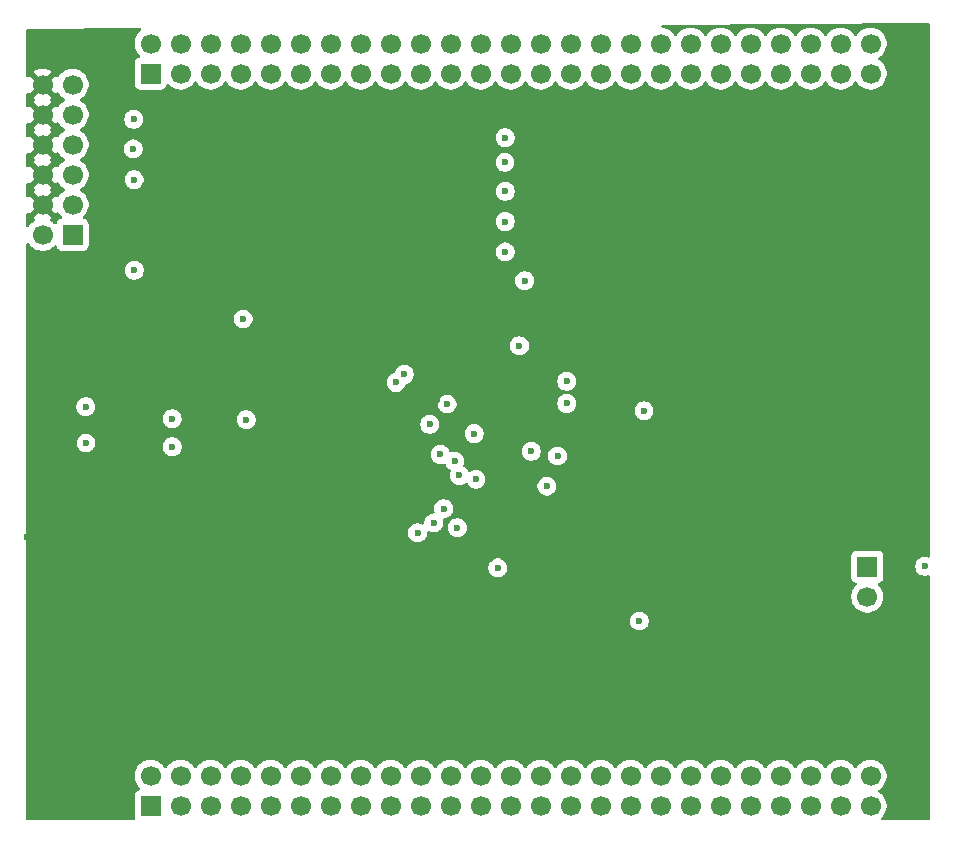
<source format=gbr>
%TF.GenerationSoftware,KiCad,Pcbnew,9.0.1*%
%TF.CreationDate,2025-04-21T04:08:05+03:00*%
%TF.ProjectId,k1921vg015_devboard,6b313932-3176-4673-9031-355f64657662,rev?*%
%TF.SameCoordinates,Original*%
%TF.FileFunction,Copper,L3,Inr*%
%TF.FilePolarity,Positive*%
%FSLAX46Y46*%
G04 Gerber Fmt 4.6, Leading zero omitted, Abs format (unit mm)*
G04 Created by KiCad (PCBNEW 9.0.1) date 2025-04-21 04:08:05*
%MOMM*%
%LPD*%
G01*
G04 APERTURE LIST*
%TA.AperFunction,ComponentPad*%
%ADD10R,1.700000X1.700000*%
%TD*%
%TA.AperFunction,ComponentPad*%
%ADD11C,1.700000*%
%TD*%
%TA.AperFunction,ViaPad*%
%ADD12C,2.400000*%
%TD*%
%TA.AperFunction,ViaPad*%
%ADD13C,0.600000*%
%TD*%
G04 APERTURE END LIST*
D10*
%TO.N,/RST*%
%TO.C,J3*%
X5420000Y16080000D03*
D11*
%TO.N,+3V3*%
X2880000Y16080000D03*
%TO.N,/TRST*%
X5420000Y18620000D03*
%TO.N,GND*%
X2880000Y18620000D03*
%TO.N,/TCK*%
X5420000Y21160000D03*
%TO.N,GND*%
X2880000Y21160000D03*
%TO.N,/TDI*%
X5420000Y23700000D03*
%TO.N,GND*%
X2880000Y23700000D03*
%TO.N,/TDO*%
X5420000Y26240000D03*
%TO.N,GND*%
X2880000Y26240000D03*
%TO.N,/TMS*%
X5420000Y28780000D03*
%TO.N,GND*%
X2880000Y28780000D03*
%TD*%
D10*
%TO.N,/WAKEUP0*%
%TO.C,J2*%
X12020000Y29725000D03*
D11*
%TO.N,/WAKEUP1*%
X12020000Y32265000D03*
%TO.N,/WAKEUP2*%
X14560000Y29725000D03*
%TO.N,unconnected-(J2-Pin_4-Pad4)*%
X14560000Y32265000D03*
%TO.N,unconnected-(J2-Pin_5-Pad5)*%
X17100000Y29725000D03*
%TO.N,unconnected-(J2-Pin_6-Pad6)*%
X17100000Y32265000D03*
%TO.N,unconnected-(J2-Pin_7-Pad7)*%
X19640000Y29725000D03*
%TO.N,unconnected-(J2-Pin_8-Pad8)*%
X19640000Y32265000D03*
%TO.N,/PA14*%
X22180000Y29725000D03*
%TO.N,/PA15*%
X22180000Y32265000D03*
%TO.N,/PA12*%
X24720000Y29725000D03*
%TO.N,/PA13*%
X24720000Y32265000D03*
%TO.N,/PA10*%
X27260000Y29725000D03*
%TO.N,/PA11*%
X27260000Y32265000D03*
%TO.N,/PA8*%
X29800000Y29725000D03*
%TO.N,/PA9*%
X29800000Y32265000D03*
%TO.N,/PA6*%
X32340000Y29725000D03*
%TO.N,/PA7*%
X32340000Y32265000D03*
%TO.N,/PA4*%
X34880000Y29725000D03*
%TO.N,/PA5*%
X34880000Y32265000D03*
%TO.N,/PA2*%
X37420000Y29725000D03*
%TO.N,/PA3*%
X37420000Y32265000D03*
%TO.N,/PA0*%
X39960000Y29725000D03*
%TO.N,/PA1*%
X39960000Y32265000D03*
%TO.N,unconnected-(J2-Pin_25-Pad25)*%
X42500000Y29725000D03*
%TO.N,unconnected-(J2-Pin_26-Pad26)*%
X42500000Y32265000D03*
%TO.N,unconnected-(J2-Pin_27-Pad27)*%
X45040000Y29725000D03*
%TO.N,unconnected-(J2-Pin_28-Pad28)*%
X45040000Y32265000D03*
%TO.N,unconnected-(J2-Pin_29-Pad29)*%
X47580000Y29725000D03*
%TO.N,unconnected-(J2-Pin_30-Pad30)*%
X47580000Y32265000D03*
%TO.N,unconnected-(J2-Pin_31-Pad31)*%
X50120000Y29725000D03*
%TO.N,/PB15*%
X50120000Y32265000D03*
%TO.N,/PB14*%
X52660000Y29725000D03*
%TO.N,/PB13*%
X52660000Y32265000D03*
%TO.N,/PB12*%
X55200000Y29725000D03*
%TO.N,/PB11*%
X55200000Y32265000D03*
%TO.N,/PB10*%
X57740000Y29725000D03*
%TO.N,/PB9*%
X57740000Y32265000D03*
%TO.N,/PB8*%
X60280000Y29725000D03*
%TO.N,unconnected-(J2-Pin_40-Pad40)*%
X60280000Y32265000D03*
%TO.N,/PB7*%
X62820000Y29725000D03*
%TO.N,/PB6*%
X62820000Y32265000D03*
%TO.N,/PB5*%
X65360000Y29725000D03*
%TO.N,/PB4*%
X65360000Y32265000D03*
%TO.N,/PB3*%
X67900000Y29725000D03*
%TO.N,/PB2*%
X67900000Y32265000D03*
%TO.N,/PB1*%
X70440000Y29725000D03*
%TO.N,/PB0*%
X70440000Y32265000D03*
%TO.N,unconnected-(J2-Pin_49-Pad49)*%
X72980000Y29725000D03*
%TO.N,unconnected-(J2-Pin_50-Pad50)*%
X72980000Y32265000D03*
%TD*%
D10*
%TO.N,Net-(J4-Pin_1)*%
%TO.C,J4*%
X72700000Y-12025000D03*
D11*
%TO.N,/SERVEN*%
X72700000Y-14565000D03*
%TD*%
D10*
%TO.N,/AT_IN0*%
%TO.C,J1*%
X12020000Y-32275000D03*
D11*
%TO.N,/AT_IN1*%
X12020000Y-29735000D03*
%TO.N,/AT_IN2*%
X14560000Y-32275000D03*
%TO.N,/AT_OUT*%
X14560000Y-29735000D03*
%TO.N,/CMP_INN0*%
X17100000Y-32275000D03*
%TO.N,/CMP_INP0*%
X17100000Y-29735000D03*
%TO.N,/CMP_INN1*%
X19640000Y-32275000D03*
%TO.N,/CMP_INP1*%
X19640000Y-29735000D03*
%TO.N,unconnected-(J1-Pin_9-Pad9)*%
X22180000Y-32275000D03*
%TO.N,unconnected-(J1-Pin_10-Pad10)*%
X22180000Y-29735000D03*
%TO.N,unconnected-(J1-Pin_11-Pad11)*%
X24720000Y-32275000D03*
%TO.N,unconnected-(J1-Pin_12-Pad12)*%
X24720000Y-29735000D03*
%TO.N,unconnected-(J1-Pin_13-Pad13)*%
X27260000Y-32275000D03*
%TO.N,unconnected-(J1-Pin_14-Pad14)*%
X27260000Y-29735000D03*
%TO.N,unconnected-(J1-Pin_15-Pad15)*%
X29800000Y-32275000D03*
%TO.N,unconnected-(J1-Pin_16-Pad16)*%
X29800000Y-29735000D03*
%TO.N,unconnected-(J1-Pin_17-Pad17)*%
X32340000Y-32275000D03*
%TO.N,unconnected-(J1-Pin_18-Pad18)*%
X32340000Y-29735000D03*
%TO.N,unconnected-(J1-Pin_19-Pad19)*%
X34880000Y-32275000D03*
%TO.N,unconnected-(J1-Pin_20-Pad20)*%
X34880000Y-29735000D03*
%TO.N,/ADC_CH0*%
X37420000Y-32275000D03*
%TO.N,/ADC_CH1*%
X37420000Y-29735000D03*
%TO.N,/ADC_CH2*%
X39960000Y-32275000D03*
%TO.N,/ADC_CH3*%
X39960000Y-29735000D03*
%TO.N,unconnected-(J1-Pin_25-Pad25)*%
X42500000Y-32275000D03*
%TO.N,/ADC_CH4*%
X42500000Y-29735000D03*
%TO.N,/ADC_CH6*%
X45040000Y-32275000D03*
%TO.N,/ADC_CH5*%
X45040000Y-29735000D03*
%TO.N,/ADC_CH7*%
X47580000Y-32275000D03*
%TO.N,unconnected-(J1-Pin_30-Pad30)*%
X47580000Y-29735000D03*
%TO.N,unconnected-(J1-Pin_31-Pad31)*%
X50120000Y-32275000D03*
%TO.N,unconnected-(J1-Pin_32-Pad32)*%
X50120000Y-29735000D03*
%TO.N,unconnected-(J1-Pin_33-Pad33)*%
X52660000Y-32275000D03*
%TO.N,/PC0*%
X52660000Y-29735000D03*
%TO.N,/PC1*%
X55200000Y-32275000D03*
%TO.N,/PC2*%
X55200000Y-29735000D03*
%TO.N,/PC3*%
X57740000Y-32275000D03*
%TO.N,/PC4*%
X57740000Y-29735000D03*
%TO.N,/PC5*%
X60280000Y-32275000D03*
%TO.N,/PC6*%
X60280000Y-29735000D03*
%TO.N,/PC7*%
X62820000Y-32275000D03*
%TO.N,/PC8*%
X62820000Y-29735000D03*
%TO.N,/PC9*%
X65360000Y-32275000D03*
%TO.N,/PC10*%
X65360000Y-29735000D03*
%TO.N,/PC11*%
X67900000Y-32275000D03*
%TO.N,/PC12*%
X67900000Y-29735000D03*
%TO.N,/PC13*%
X70440000Y-32275000D03*
%TO.N,/PC14*%
X70440000Y-29735000D03*
%TO.N,/PC15*%
X72980000Y-32275000D03*
%TO.N,unconnected-(J1-Pin_50-Pad50)*%
X72980000Y-29735000D03*
%TD*%
D12*
%TO.N,GND*%
X76500000Y32000000D03*
X76500000Y-32000000D03*
X3000000Y-32000000D03*
X3000000Y32000000D03*
D13*
X6500000Y-9600000D03*
X4000000Y-9575000D03*
X1575000Y-9500000D03*
%TO.N,+3V3*%
X45575000Y-5200000D03*
X34625000Y-9150000D03*
X38175000Y-4300000D03*
%TO.N,GND*%
X34900000Y-6200000D03*
X66400000Y14675000D03*
X53800000Y2650000D03*
%TO.N,+3V3*%
X53800000Y1175000D03*
%TO.N,GND*%
X44250000Y3700000D03*
%TO.N,+3V3*%
X47250000Y3675000D03*
%TO.N,AREF*%
X46475000Y-2650000D03*
%TO.N,GND(A)*%
X39425000Y-750000D03*
%TO.N,GND*%
X43603679Y-5346321D03*
%TO.N,+3V3(A)*%
X44250000Y-2250000D03*
%TO.N,/RST*%
X35650000Y25000D03*
%TO.N,+3V3*%
X37125000Y1750000D03*
%TO.N,/TRST*%
X42050000Y14625000D03*
%TO.N,GND*%
X36275000Y2100000D03*
%TO.N,/RTC_P*%
X32800000Y3575000D03*
%TO.N,/RTC_N*%
X33500000Y4250000D03*
%TO.N,GND*%
X28475000Y8025000D03*
%TO.N,+3V3*%
X43684404Y12190596D03*
%TO.N,GND*%
X45025000Y12200000D03*
%TO.N,/TCK*%
X42050000Y17200000D03*
%TO.N,/TDI*%
X42050000Y19750000D03*
%TO.N,/TDO*%
X42025000Y22225000D03*
%TO.N,/TMS*%
X42050000Y24300000D03*
%TO.N,+3V3*%
X10600000Y25850000D03*
X10550000Y23350000D03*
X10625000Y20750000D03*
%TO.N,GND*%
X10475000Y18175000D03*
X10675000Y15675000D03*
%TO.N,+3V3*%
X10650000Y13075000D03*
X19850000Y8950000D03*
%TO.N,GND*%
X14200000Y8925000D03*
%TO.N,+3V3*%
X53400000Y-16625000D03*
%TO.N,GND*%
X77500000Y-14650000D03*
%TO.N,+3V3*%
X77575000Y-12000000D03*
%TO.N,Net-(D2-V_BAT)*%
X36825000Y-7125000D03*
%TO.N,GND*%
X51025000Y-12600000D03*
%TO.N,Net-(D2-VAON_CAP)*%
X36000000Y-8325000D03*
%TO.N,Net-(D2-VCORE_CAP)*%
X38000000Y-8725000D03*
%TO.N,Net-(D2-SDADC_CAP)*%
X41425000Y-12125000D03*
%TO.N,GND*%
X41450000Y-14225000D03*
X38000000Y-12000000D03*
X36050000Y-10475000D03*
%TO.N,/OSC_P*%
X36550000Y-2525000D03*
%TO.N,/OSC_N*%
X37760300Y-3089700D03*
%TO.N,GND*%
X30116377Y-15733623D03*
X23725000Y-8925000D03*
X16275000Y-900000D03*
%TO.N,5V*%
X13850000Y-1875000D03*
%TO.N,GND*%
X6550000Y2725000D03*
%TO.N,5V*%
X6525000Y1525000D03*
X6550000Y-1550000D03*
%TO.N,GND*%
X6550000Y-2775000D03*
X10875000Y-1800000D03*
X10900000Y1150000D03*
%TO.N,+3V3*%
X20125000Y425000D03*
X13850000Y500000D03*
%TO.N,GND*%
X13850000Y2800000D03*
%TO.N,GND(A)*%
X47250000Y1800000D03*
X43250000Y6675000D03*
%TO.N,Net-(D2-VBAT_CAP)*%
X39575000Y-4625000D03*
%TD*%
%TA.AperFunction,Conductor*%
%TO.N,GND*%
G36*
X77942356Y33979937D02*
G01*
X77988455Y33927434D01*
X78000000Y33875186D01*
X78000000Y-11124007D01*
X77980315Y-11191046D01*
X77927511Y-11236801D01*
X77858353Y-11246745D01*
X77828548Y-11238568D01*
X77808501Y-11230264D01*
X77808489Y-11230261D01*
X77653845Y-11199500D01*
X77653842Y-11199500D01*
X77496158Y-11199500D01*
X77496155Y-11199500D01*
X77341510Y-11230261D01*
X77341498Y-11230264D01*
X77195827Y-11290602D01*
X77195814Y-11290609D01*
X77064711Y-11378210D01*
X77064707Y-11378213D01*
X76953213Y-11489707D01*
X76953210Y-11489711D01*
X76865609Y-11620814D01*
X76865602Y-11620827D01*
X76805264Y-11766498D01*
X76805261Y-11766510D01*
X76774500Y-11921153D01*
X76774500Y-12078846D01*
X76805261Y-12233489D01*
X76805264Y-12233501D01*
X76865602Y-12379172D01*
X76865609Y-12379185D01*
X76953210Y-12510288D01*
X76953213Y-12510292D01*
X77064707Y-12621786D01*
X77064711Y-12621789D01*
X77195814Y-12709390D01*
X77195827Y-12709397D01*
X77341498Y-12769735D01*
X77341503Y-12769737D01*
X77496153Y-12800499D01*
X77496156Y-12800500D01*
X77496158Y-12800500D01*
X77653844Y-12800500D01*
X77653845Y-12800499D01*
X77808497Y-12769737D01*
X77828548Y-12761431D01*
X77898013Y-12753962D01*
X77960493Y-12785235D01*
X77996147Y-12845323D01*
X78000000Y-12875992D01*
X78000000Y-33376000D01*
X77980315Y-33443039D01*
X77927511Y-33488794D01*
X77876000Y-33500000D01*
X73964258Y-33500000D01*
X73897219Y-33480315D01*
X73851464Y-33427511D01*
X73841520Y-33358353D01*
X73870545Y-33294797D01*
X73876577Y-33288319D01*
X73932413Y-33232483D01*
X74010104Y-33154792D01*
X74010106Y-33154788D01*
X74010109Y-33154786D01*
X74135048Y-32982820D01*
X74135047Y-32982820D01*
X74135051Y-32982816D01*
X74231557Y-32793412D01*
X74297246Y-32591243D01*
X74330500Y-32381287D01*
X74330500Y-32168713D01*
X74297246Y-31958757D01*
X74231557Y-31756588D01*
X74135051Y-31567184D01*
X74135049Y-31567181D01*
X74135048Y-31567179D01*
X74010109Y-31395213D01*
X73859786Y-31244890D01*
X73687820Y-31119951D01*
X73687115Y-31119591D01*
X73679054Y-31115485D01*
X73628259Y-31067512D01*
X73611463Y-30999692D01*
X73633999Y-30933556D01*
X73679054Y-30894515D01*
X73687816Y-30890051D01*
X73777554Y-30824853D01*
X73859786Y-30765109D01*
X73859788Y-30765106D01*
X73859792Y-30765104D01*
X74010104Y-30614792D01*
X74010106Y-30614788D01*
X74010109Y-30614786D01*
X74135048Y-30442820D01*
X74135047Y-30442820D01*
X74135051Y-30442816D01*
X74231557Y-30253412D01*
X74297246Y-30051243D01*
X74330500Y-29841287D01*
X74330500Y-29628713D01*
X74297246Y-29418757D01*
X74231557Y-29216588D01*
X74135051Y-29027184D01*
X74135049Y-29027181D01*
X74135048Y-29027179D01*
X74010109Y-28855213D01*
X73859786Y-28704890D01*
X73687820Y-28579951D01*
X73498414Y-28483444D01*
X73498413Y-28483443D01*
X73498412Y-28483443D01*
X73296243Y-28417754D01*
X73296241Y-28417753D01*
X73296240Y-28417753D01*
X73134957Y-28392208D01*
X73086287Y-28384500D01*
X72873713Y-28384500D01*
X72825042Y-28392208D01*
X72663760Y-28417753D01*
X72461585Y-28483444D01*
X72272179Y-28579951D01*
X72100213Y-28704890D01*
X71949890Y-28855213D01*
X71824949Y-29027182D01*
X71820484Y-29035946D01*
X71772509Y-29086742D01*
X71704688Y-29103536D01*
X71638553Y-29080998D01*
X71599516Y-29035946D01*
X71595050Y-29027182D01*
X71470109Y-28855213D01*
X71319786Y-28704890D01*
X71147820Y-28579951D01*
X70958414Y-28483444D01*
X70958413Y-28483443D01*
X70958412Y-28483443D01*
X70756243Y-28417754D01*
X70756241Y-28417753D01*
X70756240Y-28417753D01*
X70594957Y-28392208D01*
X70546287Y-28384500D01*
X70333713Y-28384500D01*
X70285042Y-28392208D01*
X70123760Y-28417753D01*
X69921585Y-28483444D01*
X69732179Y-28579951D01*
X69560213Y-28704890D01*
X69409890Y-28855213D01*
X69284949Y-29027182D01*
X69280484Y-29035946D01*
X69232509Y-29086742D01*
X69164688Y-29103536D01*
X69098553Y-29080998D01*
X69059516Y-29035946D01*
X69055050Y-29027182D01*
X68930109Y-28855213D01*
X68779786Y-28704890D01*
X68607820Y-28579951D01*
X68418414Y-28483444D01*
X68418413Y-28483443D01*
X68418412Y-28483443D01*
X68216243Y-28417754D01*
X68216241Y-28417753D01*
X68216240Y-28417753D01*
X68054957Y-28392208D01*
X68006287Y-28384500D01*
X67793713Y-28384500D01*
X67745042Y-28392208D01*
X67583760Y-28417753D01*
X67381585Y-28483444D01*
X67192179Y-28579951D01*
X67020213Y-28704890D01*
X66869890Y-28855213D01*
X66744949Y-29027182D01*
X66740484Y-29035946D01*
X66692509Y-29086742D01*
X66624688Y-29103536D01*
X66558553Y-29080998D01*
X66519516Y-29035946D01*
X66515050Y-29027182D01*
X66390109Y-28855213D01*
X66239786Y-28704890D01*
X66067820Y-28579951D01*
X65878414Y-28483444D01*
X65878413Y-28483443D01*
X65878412Y-28483443D01*
X65676243Y-28417754D01*
X65676241Y-28417753D01*
X65676240Y-28417753D01*
X65514957Y-28392208D01*
X65466287Y-28384500D01*
X65253713Y-28384500D01*
X65205042Y-28392208D01*
X65043760Y-28417753D01*
X64841585Y-28483444D01*
X64652179Y-28579951D01*
X64480213Y-28704890D01*
X64329890Y-28855213D01*
X64204949Y-29027182D01*
X64200484Y-29035946D01*
X64152509Y-29086742D01*
X64084688Y-29103536D01*
X64018553Y-29080998D01*
X63979516Y-29035946D01*
X63975050Y-29027182D01*
X63850109Y-28855213D01*
X63699786Y-28704890D01*
X63527820Y-28579951D01*
X63338414Y-28483444D01*
X63338413Y-28483443D01*
X63338412Y-28483443D01*
X63136243Y-28417754D01*
X63136241Y-28417753D01*
X63136240Y-28417753D01*
X62974957Y-28392208D01*
X62926287Y-28384500D01*
X62713713Y-28384500D01*
X62665042Y-28392208D01*
X62503760Y-28417753D01*
X62301585Y-28483444D01*
X62112179Y-28579951D01*
X61940213Y-28704890D01*
X61789890Y-28855213D01*
X61664949Y-29027182D01*
X61660484Y-29035946D01*
X61612509Y-29086742D01*
X61544688Y-29103536D01*
X61478553Y-29080998D01*
X61439516Y-29035946D01*
X61435050Y-29027182D01*
X61310109Y-28855213D01*
X61159786Y-28704890D01*
X60987820Y-28579951D01*
X60798414Y-28483444D01*
X60798413Y-28483443D01*
X60798412Y-28483443D01*
X60596243Y-28417754D01*
X60596241Y-28417753D01*
X60596240Y-28417753D01*
X60434957Y-28392208D01*
X60386287Y-28384500D01*
X60173713Y-28384500D01*
X60125042Y-28392208D01*
X59963760Y-28417753D01*
X59761585Y-28483444D01*
X59572179Y-28579951D01*
X59400213Y-28704890D01*
X59249890Y-28855213D01*
X59124949Y-29027182D01*
X59120484Y-29035946D01*
X59072509Y-29086742D01*
X59004688Y-29103536D01*
X58938553Y-29080998D01*
X58899516Y-29035946D01*
X58895050Y-29027182D01*
X58770109Y-28855213D01*
X58619786Y-28704890D01*
X58447820Y-28579951D01*
X58258414Y-28483444D01*
X58258413Y-28483443D01*
X58258412Y-28483443D01*
X58056243Y-28417754D01*
X58056241Y-28417753D01*
X58056240Y-28417753D01*
X57894957Y-28392208D01*
X57846287Y-28384500D01*
X57633713Y-28384500D01*
X57585042Y-28392208D01*
X57423760Y-28417753D01*
X57221585Y-28483444D01*
X57032179Y-28579951D01*
X56860213Y-28704890D01*
X56709890Y-28855213D01*
X56584949Y-29027182D01*
X56580484Y-29035946D01*
X56532509Y-29086742D01*
X56464688Y-29103536D01*
X56398553Y-29080998D01*
X56359516Y-29035946D01*
X56355050Y-29027182D01*
X56230109Y-28855213D01*
X56079786Y-28704890D01*
X55907820Y-28579951D01*
X55718414Y-28483444D01*
X55718413Y-28483443D01*
X55718412Y-28483443D01*
X55516243Y-28417754D01*
X55516241Y-28417753D01*
X55516240Y-28417753D01*
X55354957Y-28392208D01*
X55306287Y-28384500D01*
X55093713Y-28384500D01*
X55045042Y-28392208D01*
X54883760Y-28417753D01*
X54681585Y-28483444D01*
X54492179Y-28579951D01*
X54320213Y-28704890D01*
X54169890Y-28855213D01*
X54044949Y-29027182D01*
X54040484Y-29035946D01*
X53992509Y-29086742D01*
X53924688Y-29103536D01*
X53858553Y-29080998D01*
X53819516Y-29035946D01*
X53815050Y-29027182D01*
X53690109Y-28855213D01*
X53539786Y-28704890D01*
X53367820Y-28579951D01*
X53178414Y-28483444D01*
X53178413Y-28483443D01*
X53178412Y-28483443D01*
X52976243Y-28417754D01*
X52976241Y-28417753D01*
X52976240Y-28417753D01*
X52814957Y-28392208D01*
X52766287Y-28384500D01*
X52553713Y-28384500D01*
X52505042Y-28392208D01*
X52343760Y-28417753D01*
X52141585Y-28483444D01*
X51952179Y-28579951D01*
X51780213Y-28704890D01*
X51629890Y-28855213D01*
X51504949Y-29027182D01*
X51500484Y-29035946D01*
X51452509Y-29086742D01*
X51384688Y-29103536D01*
X51318553Y-29080998D01*
X51279516Y-29035946D01*
X51275050Y-29027182D01*
X51150109Y-28855213D01*
X50999786Y-28704890D01*
X50827820Y-28579951D01*
X50638414Y-28483444D01*
X50638413Y-28483443D01*
X50638412Y-28483443D01*
X50436243Y-28417754D01*
X50436241Y-28417753D01*
X50436240Y-28417753D01*
X50274957Y-28392208D01*
X50226287Y-28384500D01*
X50013713Y-28384500D01*
X49965042Y-28392208D01*
X49803760Y-28417753D01*
X49601585Y-28483444D01*
X49412179Y-28579951D01*
X49240213Y-28704890D01*
X49089890Y-28855213D01*
X48964949Y-29027182D01*
X48960484Y-29035946D01*
X48912509Y-29086742D01*
X48844688Y-29103536D01*
X48778553Y-29080998D01*
X48739516Y-29035946D01*
X48735050Y-29027182D01*
X48610109Y-28855213D01*
X48459786Y-28704890D01*
X48287820Y-28579951D01*
X48098414Y-28483444D01*
X48098413Y-28483443D01*
X48098412Y-28483443D01*
X47896243Y-28417754D01*
X47896241Y-28417753D01*
X47896240Y-28417753D01*
X47734957Y-28392208D01*
X47686287Y-28384500D01*
X47473713Y-28384500D01*
X47425042Y-28392208D01*
X47263760Y-28417753D01*
X47061585Y-28483444D01*
X46872179Y-28579951D01*
X46700213Y-28704890D01*
X46549890Y-28855213D01*
X46424949Y-29027182D01*
X46420484Y-29035946D01*
X46372509Y-29086742D01*
X46304688Y-29103536D01*
X46238553Y-29080998D01*
X46199516Y-29035946D01*
X46195050Y-29027182D01*
X46070109Y-28855213D01*
X45919786Y-28704890D01*
X45747820Y-28579951D01*
X45558414Y-28483444D01*
X45558413Y-28483443D01*
X45558412Y-28483443D01*
X45356243Y-28417754D01*
X45356241Y-28417753D01*
X45356240Y-28417753D01*
X45194957Y-28392208D01*
X45146287Y-28384500D01*
X44933713Y-28384500D01*
X44885042Y-28392208D01*
X44723760Y-28417753D01*
X44521585Y-28483444D01*
X44332179Y-28579951D01*
X44160213Y-28704890D01*
X44009890Y-28855213D01*
X43884949Y-29027182D01*
X43880484Y-29035946D01*
X43832509Y-29086742D01*
X43764688Y-29103536D01*
X43698553Y-29080998D01*
X43659516Y-29035946D01*
X43655050Y-29027182D01*
X43530109Y-28855213D01*
X43379786Y-28704890D01*
X43207820Y-28579951D01*
X43018414Y-28483444D01*
X43018413Y-28483443D01*
X43018412Y-28483443D01*
X42816243Y-28417754D01*
X42816241Y-28417753D01*
X42816240Y-28417753D01*
X42654957Y-28392208D01*
X42606287Y-28384500D01*
X42393713Y-28384500D01*
X42345042Y-28392208D01*
X42183760Y-28417753D01*
X41981585Y-28483444D01*
X41792179Y-28579951D01*
X41620213Y-28704890D01*
X41469890Y-28855213D01*
X41344949Y-29027182D01*
X41340484Y-29035946D01*
X41292509Y-29086742D01*
X41224688Y-29103536D01*
X41158553Y-29080998D01*
X41119516Y-29035946D01*
X41115050Y-29027182D01*
X40990109Y-28855213D01*
X40839786Y-28704890D01*
X40667820Y-28579951D01*
X40478414Y-28483444D01*
X40478413Y-28483443D01*
X40478412Y-28483443D01*
X40276243Y-28417754D01*
X40276241Y-28417753D01*
X40276240Y-28417753D01*
X40114957Y-28392208D01*
X40066287Y-28384500D01*
X39853713Y-28384500D01*
X39805042Y-28392208D01*
X39643760Y-28417753D01*
X39441585Y-28483444D01*
X39252179Y-28579951D01*
X39080213Y-28704890D01*
X38929890Y-28855213D01*
X38804949Y-29027182D01*
X38800484Y-29035946D01*
X38752509Y-29086742D01*
X38684688Y-29103536D01*
X38618553Y-29080998D01*
X38579516Y-29035946D01*
X38575050Y-29027182D01*
X38450109Y-28855213D01*
X38299786Y-28704890D01*
X38127820Y-28579951D01*
X37938414Y-28483444D01*
X37938413Y-28483443D01*
X37938412Y-28483443D01*
X37736243Y-28417754D01*
X37736241Y-28417753D01*
X37736240Y-28417753D01*
X37574957Y-28392208D01*
X37526287Y-28384500D01*
X37313713Y-28384500D01*
X37265042Y-28392208D01*
X37103760Y-28417753D01*
X36901585Y-28483444D01*
X36712179Y-28579951D01*
X36540213Y-28704890D01*
X36389890Y-28855213D01*
X36264949Y-29027182D01*
X36260484Y-29035946D01*
X36212509Y-29086742D01*
X36144688Y-29103536D01*
X36078553Y-29080998D01*
X36039516Y-29035946D01*
X36035050Y-29027182D01*
X35910109Y-28855213D01*
X35759786Y-28704890D01*
X35587820Y-28579951D01*
X35398414Y-28483444D01*
X35398413Y-28483443D01*
X35398412Y-28483443D01*
X35196243Y-28417754D01*
X35196241Y-28417753D01*
X35196240Y-28417753D01*
X35034957Y-28392208D01*
X34986287Y-28384500D01*
X34773713Y-28384500D01*
X34725042Y-28392208D01*
X34563760Y-28417753D01*
X34361585Y-28483444D01*
X34172179Y-28579951D01*
X34000213Y-28704890D01*
X33849890Y-28855213D01*
X33724949Y-29027182D01*
X33720484Y-29035946D01*
X33672509Y-29086742D01*
X33604688Y-29103536D01*
X33538553Y-29080998D01*
X33499516Y-29035946D01*
X33495050Y-29027182D01*
X33370109Y-28855213D01*
X33219786Y-28704890D01*
X33047820Y-28579951D01*
X32858414Y-28483444D01*
X32858413Y-28483443D01*
X32858412Y-28483443D01*
X32656243Y-28417754D01*
X32656241Y-28417753D01*
X32656240Y-28417753D01*
X32494957Y-28392208D01*
X32446287Y-28384500D01*
X32233713Y-28384500D01*
X32185042Y-28392208D01*
X32023760Y-28417753D01*
X31821585Y-28483444D01*
X31632179Y-28579951D01*
X31460213Y-28704890D01*
X31309890Y-28855213D01*
X31184949Y-29027182D01*
X31180484Y-29035946D01*
X31132509Y-29086742D01*
X31064688Y-29103536D01*
X30998553Y-29080998D01*
X30959516Y-29035946D01*
X30955050Y-29027182D01*
X30830109Y-28855213D01*
X30679786Y-28704890D01*
X30507820Y-28579951D01*
X30318414Y-28483444D01*
X30318413Y-28483443D01*
X30318412Y-28483443D01*
X30116243Y-28417754D01*
X30116241Y-28417753D01*
X30116240Y-28417753D01*
X29954957Y-28392208D01*
X29906287Y-28384500D01*
X29693713Y-28384500D01*
X29645042Y-28392208D01*
X29483760Y-28417753D01*
X29281585Y-28483444D01*
X29092179Y-28579951D01*
X28920213Y-28704890D01*
X28769890Y-28855213D01*
X28644949Y-29027182D01*
X28640484Y-29035946D01*
X28592509Y-29086742D01*
X28524688Y-29103536D01*
X28458553Y-29080998D01*
X28419516Y-29035946D01*
X28415050Y-29027182D01*
X28290109Y-28855213D01*
X28139786Y-28704890D01*
X27967820Y-28579951D01*
X27778414Y-28483444D01*
X27778413Y-28483443D01*
X27778412Y-28483443D01*
X27576243Y-28417754D01*
X27576241Y-28417753D01*
X27576240Y-28417753D01*
X27414957Y-28392208D01*
X27366287Y-28384500D01*
X27153713Y-28384500D01*
X27105042Y-28392208D01*
X26943760Y-28417753D01*
X26741585Y-28483444D01*
X26552179Y-28579951D01*
X26380213Y-28704890D01*
X26229890Y-28855213D01*
X26104949Y-29027182D01*
X26100484Y-29035946D01*
X26052509Y-29086742D01*
X25984688Y-29103536D01*
X25918553Y-29080998D01*
X25879516Y-29035946D01*
X25875050Y-29027182D01*
X25750109Y-28855213D01*
X25599786Y-28704890D01*
X25427820Y-28579951D01*
X25238414Y-28483444D01*
X25238413Y-28483443D01*
X25238412Y-28483443D01*
X25036243Y-28417754D01*
X25036241Y-28417753D01*
X25036240Y-28417753D01*
X24874957Y-28392208D01*
X24826287Y-28384500D01*
X24613713Y-28384500D01*
X24565042Y-28392208D01*
X24403760Y-28417753D01*
X24201585Y-28483444D01*
X24012179Y-28579951D01*
X23840213Y-28704890D01*
X23689890Y-28855213D01*
X23564949Y-29027182D01*
X23560484Y-29035946D01*
X23512509Y-29086742D01*
X23444688Y-29103536D01*
X23378553Y-29080998D01*
X23339516Y-29035946D01*
X23335050Y-29027182D01*
X23210109Y-28855213D01*
X23059786Y-28704890D01*
X22887820Y-28579951D01*
X22698414Y-28483444D01*
X22698413Y-28483443D01*
X22698412Y-28483443D01*
X22496243Y-28417754D01*
X22496241Y-28417753D01*
X22496240Y-28417753D01*
X22334957Y-28392208D01*
X22286287Y-28384500D01*
X22073713Y-28384500D01*
X22025042Y-28392208D01*
X21863760Y-28417753D01*
X21661585Y-28483444D01*
X21472179Y-28579951D01*
X21300213Y-28704890D01*
X21149890Y-28855213D01*
X21024949Y-29027182D01*
X21020484Y-29035946D01*
X20972509Y-29086742D01*
X20904688Y-29103536D01*
X20838553Y-29080998D01*
X20799516Y-29035946D01*
X20795050Y-29027182D01*
X20670109Y-28855213D01*
X20519786Y-28704890D01*
X20347820Y-28579951D01*
X20158414Y-28483444D01*
X20158413Y-28483443D01*
X20158412Y-28483443D01*
X19956243Y-28417754D01*
X19956241Y-28417753D01*
X19956240Y-28417753D01*
X19794957Y-28392208D01*
X19746287Y-28384500D01*
X19533713Y-28384500D01*
X19485042Y-28392208D01*
X19323760Y-28417753D01*
X19121585Y-28483444D01*
X18932179Y-28579951D01*
X18760213Y-28704890D01*
X18609890Y-28855213D01*
X18484949Y-29027182D01*
X18480484Y-29035946D01*
X18432509Y-29086742D01*
X18364688Y-29103536D01*
X18298553Y-29080998D01*
X18259516Y-29035946D01*
X18255050Y-29027182D01*
X18130109Y-28855213D01*
X17979786Y-28704890D01*
X17807820Y-28579951D01*
X17618414Y-28483444D01*
X17618413Y-28483443D01*
X17618412Y-28483443D01*
X17416243Y-28417754D01*
X17416241Y-28417753D01*
X17416240Y-28417753D01*
X17254957Y-28392208D01*
X17206287Y-28384500D01*
X16993713Y-28384500D01*
X16945042Y-28392208D01*
X16783760Y-28417753D01*
X16581585Y-28483444D01*
X16392179Y-28579951D01*
X16220213Y-28704890D01*
X16069890Y-28855213D01*
X15944949Y-29027182D01*
X15940484Y-29035946D01*
X15892509Y-29086742D01*
X15824688Y-29103536D01*
X15758553Y-29080998D01*
X15719516Y-29035946D01*
X15715050Y-29027182D01*
X15590109Y-28855213D01*
X15439786Y-28704890D01*
X15267820Y-28579951D01*
X15078414Y-28483444D01*
X15078413Y-28483443D01*
X15078412Y-28483443D01*
X14876243Y-28417754D01*
X14876241Y-28417753D01*
X14876240Y-28417753D01*
X14714957Y-28392208D01*
X14666287Y-28384500D01*
X14453713Y-28384500D01*
X14405042Y-28392208D01*
X14243760Y-28417753D01*
X14041585Y-28483444D01*
X13852179Y-28579951D01*
X13680213Y-28704890D01*
X13529890Y-28855213D01*
X13404949Y-29027182D01*
X13400484Y-29035946D01*
X13352509Y-29086742D01*
X13284688Y-29103536D01*
X13218553Y-29080998D01*
X13179516Y-29035946D01*
X13175050Y-29027182D01*
X13050109Y-28855213D01*
X12899786Y-28704890D01*
X12727820Y-28579951D01*
X12538414Y-28483444D01*
X12538413Y-28483443D01*
X12538412Y-28483443D01*
X12336243Y-28417754D01*
X12336241Y-28417753D01*
X12336240Y-28417753D01*
X12174957Y-28392208D01*
X12126287Y-28384500D01*
X11913713Y-28384500D01*
X11865042Y-28392208D01*
X11703760Y-28417753D01*
X11501585Y-28483444D01*
X11312179Y-28579951D01*
X11140213Y-28704890D01*
X10989890Y-28855213D01*
X10864951Y-29027179D01*
X10768444Y-29216585D01*
X10702753Y-29418760D01*
X10669500Y-29628713D01*
X10669500Y-29841286D01*
X10702753Y-30051239D01*
X10768444Y-30253414D01*
X10864951Y-30442820D01*
X10989890Y-30614786D01*
X11103430Y-30728326D01*
X11136915Y-30789649D01*
X11131931Y-30859341D01*
X11090059Y-30915274D01*
X11059083Y-30932189D01*
X10927669Y-30981203D01*
X10927664Y-30981206D01*
X10812455Y-31067452D01*
X10812452Y-31067455D01*
X10726206Y-31182664D01*
X10726202Y-31182671D01*
X10675908Y-31317517D01*
X10669501Y-31377116D01*
X10669500Y-31377135D01*
X10669500Y-33172870D01*
X10669501Y-33172876D01*
X10675908Y-33232483D01*
X10713275Y-33332667D01*
X10718259Y-33402359D01*
X10684774Y-33463682D01*
X10623451Y-33497166D01*
X10597093Y-33500000D01*
X1624000Y-33500000D01*
X1556961Y-33480315D01*
X1511206Y-33427511D01*
X1500000Y-33376000D01*
X1500000Y-16546153D01*
X52599500Y-16546153D01*
X52599500Y-16703846D01*
X52630261Y-16858489D01*
X52630264Y-16858501D01*
X52690602Y-17004172D01*
X52690609Y-17004185D01*
X52778210Y-17135288D01*
X52778213Y-17135292D01*
X52889707Y-17246786D01*
X52889711Y-17246789D01*
X53020814Y-17334390D01*
X53020827Y-17334397D01*
X53166498Y-17394735D01*
X53166503Y-17394737D01*
X53321153Y-17425499D01*
X53321156Y-17425500D01*
X53321158Y-17425500D01*
X53478844Y-17425500D01*
X53478845Y-17425499D01*
X53633497Y-17394737D01*
X53779179Y-17334394D01*
X53910289Y-17246789D01*
X54021789Y-17135289D01*
X54109394Y-17004179D01*
X54169737Y-16858497D01*
X54200500Y-16703842D01*
X54200500Y-16546158D01*
X54200500Y-16546155D01*
X54200499Y-16546153D01*
X54169738Y-16391510D01*
X54169737Y-16391503D01*
X54169735Y-16391498D01*
X54109397Y-16245827D01*
X54109390Y-16245814D01*
X54021789Y-16114711D01*
X54021786Y-16114707D01*
X53910292Y-16003213D01*
X53910288Y-16003210D01*
X53779185Y-15915609D01*
X53779172Y-15915602D01*
X53633501Y-15855264D01*
X53633489Y-15855261D01*
X53478845Y-15824500D01*
X53478842Y-15824500D01*
X53321158Y-15824500D01*
X53321155Y-15824500D01*
X53166510Y-15855261D01*
X53166498Y-15855264D01*
X53020827Y-15915602D01*
X53020814Y-15915609D01*
X52889711Y-16003210D01*
X52889707Y-16003213D01*
X52778213Y-16114707D01*
X52778210Y-16114711D01*
X52690609Y-16245814D01*
X52690602Y-16245827D01*
X52630264Y-16391498D01*
X52630261Y-16391510D01*
X52599500Y-16546153D01*
X1500000Y-16546153D01*
X1500000Y-12046153D01*
X40624500Y-12046153D01*
X40624500Y-12203846D01*
X40655261Y-12358489D01*
X40655264Y-12358501D01*
X40715602Y-12504172D01*
X40715609Y-12504185D01*
X40803210Y-12635288D01*
X40803213Y-12635292D01*
X40914707Y-12746786D01*
X40914711Y-12746789D01*
X41045814Y-12834390D01*
X41045827Y-12834397D01*
X41146248Y-12875992D01*
X41191503Y-12894737D01*
X41333002Y-12922883D01*
X41346153Y-12925499D01*
X41346156Y-12925500D01*
X41346158Y-12925500D01*
X41503844Y-12925500D01*
X41503845Y-12925499D01*
X41658497Y-12894737D01*
X41804179Y-12834394D01*
X41935289Y-12746789D01*
X42046789Y-12635289D01*
X42134394Y-12504179D01*
X42194737Y-12358497D01*
X42225500Y-12203842D01*
X42225500Y-12046158D01*
X42225500Y-12046155D01*
X42225499Y-12046153D01*
X42194737Y-11891503D01*
X42142959Y-11766498D01*
X42134397Y-11745827D01*
X42134390Y-11745814D01*
X42046789Y-11614711D01*
X42046786Y-11614707D01*
X41935292Y-11503213D01*
X41935288Y-11503210D01*
X41804185Y-11415609D01*
X41804172Y-11415602D01*
X41658501Y-11355264D01*
X41658489Y-11355261D01*
X41503845Y-11324500D01*
X41503842Y-11324500D01*
X41346158Y-11324500D01*
X41346155Y-11324500D01*
X41191510Y-11355261D01*
X41191498Y-11355264D01*
X41045827Y-11415602D01*
X41045814Y-11415609D01*
X40914711Y-11503210D01*
X40914707Y-11503213D01*
X40803213Y-11614707D01*
X40803210Y-11614711D01*
X40715609Y-11745814D01*
X40715602Y-11745827D01*
X40655264Y-11891498D01*
X40655261Y-11891510D01*
X40624500Y-12046153D01*
X1500000Y-12046153D01*
X1500000Y-11127135D01*
X71349500Y-11127135D01*
X71349500Y-12922870D01*
X71349501Y-12922876D01*
X71355908Y-12982483D01*
X71406202Y-13117328D01*
X71406206Y-13117335D01*
X71492452Y-13232544D01*
X71492455Y-13232547D01*
X71607664Y-13318793D01*
X71607671Y-13318797D01*
X71739082Y-13367810D01*
X71795016Y-13409681D01*
X71819433Y-13475145D01*
X71804582Y-13543418D01*
X71783431Y-13571673D01*
X71669889Y-13685215D01*
X71544951Y-13857179D01*
X71448444Y-14046585D01*
X71382753Y-14248760D01*
X71349500Y-14458713D01*
X71349500Y-14671286D01*
X71382753Y-14881239D01*
X71448444Y-15083414D01*
X71544951Y-15272820D01*
X71669890Y-15444786D01*
X71820213Y-15595109D01*
X71992179Y-15720048D01*
X71992181Y-15720049D01*
X71992184Y-15720051D01*
X72181588Y-15816557D01*
X72383757Y-15882246D01*
X72593713Y-15915500D01*
X72593714Y-15915500D01*
X72806286Y-15915500D01*
X72806287Y-15915500D01*
X73016243Y-15882246D01*
X73218412Y-15816557D01*
X73407816Y-15720051D01*
X73429789Y-15704086D01*
X73579786Y-15595109D01*
X73579788Y-15595106D01*
X73579792Y-15595104D01*
X73730104Y-15444792D01*
X73730106Y-15444788D01*
X73730109Y-15444786D01*
X73855048Y-15272820D01*
X73855047Y-15272820D01*
X73855051Y-15272816D01*
X73951557Y-15083412D01*
X74017246Y-14881243D01*
X74050500Y-14671287D01*
X74050500Y-14458713D01*
X74017246Y-14248757D01*
X73951557Y-14046588D01*
X73855051Y-13857184D01*
X73855049Y-13857181D01*
X73855048Y-13857179D01*
X73730109Y-13685213D01*
X73616569Y-13571673D01*
X73583084Y-13510350D01*
X73588068Y-13440658D01*
X73629940Y-13384725D01*
X73660915Y-13367810D01*
X73792331Y-13318796D01*
X73907546Y-13232546D01*
X73993796Y-13117331D01*
X74044091Y-12982483D01*
X74050500Y-12922873D01*
X74050499Y-11127128D01*
X74044091Y-11067517D01*
X73993796Y-10932669D01*
X73993795Y-10932668D01*
X73993793Y-10932664D01*
X73907547Y-10817455D01*
X73907544Y-10817452D01*
X73792335Y-10731206D01*
X73792328Y-10731202D01*
X73657482Y-10680908D01*
X73657483Y-10680908D01*
X73597883Y-10674501D01*
X73597881Y-10674500D01*
X73597873Y-10674500D01*
X73597864Y-10674500D01*
X71802129Y-10674500D01*
X71802123Y-10674501D01*
X71742516Y-10680908D01*
X71607671Y-10731202D01*
X71607664Y-10731206D01*
X71492455Y-10817452D01*
X71492452Y-10817455D01*
X71406206Y-10932664D01*
X71406202Y-10932671D01*
X71355908Y-11067517D01*
X71349835Y-11124007D01*
X71349501Y-11127123D01*
X71349500Y-11127135D01*
X1500000Y-11127135D01*
X1500000Y-9071153D01*
X33824500Y-9071153D01*
X33824500Y-9228846D01*
X33855261Y-9383489D01*
X33855264Y-9383501D01*
X33915602Y-9529172D01*
X33915609Y-9529185D01*
X34003210Y-9660288D01*
X34003213Y-9660292D01*
X34114707Y-9771786D01*
X34114711Y-9771789D01*
X34245814Y-9859390D01*
X34245827Y-9859397D01*
X34391498Y-9919735D01*
X34391503Y-9919737D01*
X34546153Y-9950499D01*
X34546156Y-9950500D01*
X34546158Y-9950500D01*
X34703844Y-9950500D01*
X34703845Y-9950499D01*
X34858497Y-9919737D01*
X35004179Y-9859394D01*
X35135289Y-9771789D01*
X35246789Y-9660289D01*
X35334394Y-9529179D01*
X35394737Y-9383497D01*
X35425500Y-9228842D01*
X35425500Y-9135872D01*
X35445185Y-9068833D01*
X35497989Y-9023078D01*
X35567147Y-9013134D01*
X35615391Y-9031623D01*
X35615446Y-9031521D01*
X35616258Y-9031955D01*
X35618398Y-9032775D01*
X35619611Y-9033586D01*
X35620819Y-9034393D01*
X35620827Y-9034397D01*
X35766498Y-9094735D01*
X35766503Y-9094737D01*
X35921153Y-9125499D01*
X35921156Y-9125500D01*
X35921158Y-9125500D01*
X36078844Y-9125500D01*
X36078845Y-9125499D01*
X36233497Y-9094737D01*
X36379179Y-9034394D01*
X36510289Y-8946789D01*
X36621789Y-8835289D01*
X36709394Y-8704179D01*
X36733429Y-8646153D01*
X37199500Y-8646153D01*
X37199500Y-8803846D01*
X37230261Y-8958489D01*
X37230264Y-8958501D01*
X37290602Y-9104172D01*
X37290609Y-9104185D01*
X37378210Y-9235288D01*
X37378213Y-9235292D01*
X37489707Y-9346786D01*
X37489711Y-9346789D01*
X37620814Y-9434390D01*
X37620827Y-9434397D01*
X37766498Y-9494735D01*
X37766503Y-9494737D01*
X37921153Y-9525499D01*
X37921156Y-9525500D01*
X37921158Y-9525500D01*
X38078844Y-9525500D01*
X38078845Y-9525499D01*
X38233497Y-9494737D01*
X38379179Y-9434394D01*
X38510289Y-9346789D01*
X38621789Y-9235289D01*
X38709394Y-9104179D01*
X38769737Y-8958497D01*
X38800500Y-8803842D01*
X38800500Y-8646158D01*
X38800500Y-8646155D01*
X38800499Y-8646153D01*
X38777039Y-8528213D01*
X38769737Y-8491503D01*
X38748655Y-8440606D01*
X38709397Y-8345827D01*
X38709390Y-8345814D01*
X38621789Y-8214711D01*
X38621786Y-8214707D01*
X38510292Y-8103213D01*
X38510288Y-8103210D01*
X38379185Y-8015609D01*
X38379172Y-8015602D01*
X38233501Y-7955264D01*
X38233489Y-7955261D01*
X38078845Y-7924500D01*
X38078842Y-7924500D01*
X37921158Y-7924500D01*
X37921155Y-7924500D01*
X37766510Y-7955261D01*
X37766498Y-7955264D01*
X37620827Y-8015602D01*
X37620814Y-8015609D01*
X37489711Y-8103210D01*
X37489707Y-8103213D01*
X37378213Y-8214707D01*
X37378210Y-8214711D01*
X37290609Y-8345814D01*
X37290602Y-8345827D01*
X37230264Y-8491498D01*
X37230261Y-8491510D01*
X37199500Y-8646153D01*
X36733429Y-8646153D01*
X36755603Y-8592621D01*
X36755605Y-8592614D01*
X36769737Y-8558497D01*
X36800500Y-8403842D01*
X36800500Y-8246158D01*
X36800500Y-8246155D01*
X36800499Y-8246153D01*
X36772066Y-8103211D01*
X36769737Y-8091503D01*
X36769732Y-8091492D01*
X36767969Y-8085676D01*
X36770720Y-8084841D01*
X36764497Y-8027641D01*
X36795691Y-7965122D01*
X36855734Y-7929392D01*
X36886555Y-7925500D01*
X36903844Y-7925500D01*
X36903845Y-7925499D01*
X37058497Y-7894737D01*
X37204179Y-7834394D01*
X37335289Y-7746789D01*
X37446789Y-7635289D01*
X37534394Y-7504179D01*
X37594737Y-7358497D01*
X37625500Y-7203842D01*
X37625500Y-7046158D01*
X37625500Y-7046155D01*
X37625499Y-7046153D01*
X37594738Y-6891510D01*
X37594737Y-6891503D01*
X37594735Y-6891498D01*
X37534397Y-6745827D01*
X37534390Y-6745814D01*
X37446789Y-6614711D01*
X37446786Y-6614707D01*
X37335292Y-6503213D01*
X37335288Y-6503210D01*
X37204185Y-6415609D01*
X37204172Y-6415602D01*
X37058501Y-6355264D01*
X37058489Y-6355261D01*
X36903845Y-6324500D01*
X36903842Y-6324500D01*
X36746158Y-6324500D01*
X36746155Y-6324500D01*
X36591510Y-6355261D01*
X36591498Y-6355264D01*
X36445827Y-6415602D01*
X36445814Y-6415609D01*
X36314711Y-6503210D01*
X36314707Y-6503213D01*
X36203213Y-6614707D01*
X36203210Y-6614711D01*
X36115609Y-6745814D01*
X36115602Y-6745827D01*
X36055264Y-6891498D01*
X36055261Y-6891510D01*
X36024500Y-7046153D01*
X36024500Y-7203846D01*
X36055261Y-7358489D01*
X36057031Y-7364324D01*
X36054279Y-7365158D01*
X36060503Y-7422359D01*
X36029309Y-7484878D01*
X35969266Y-7520608D01*
X35938445Y-7524500D01*
X35921155Y-7524500D01*
X35766510Y-7555261D01*
X35766498Y-7555264D01*
X35620827Y-7615602D01*
X35620814Y-7615609D01*
X35489711Y-7703210D01*
X35489707Y-7703213D01*
X35378213Y-7814707D01*
X35378210Y-7814711D01*
X35290609Y-7945814D01*
X35290602Y-7945827D01*
X35230264Y-8091498D01*
X35230261Y-8091510D01*
X35199500Y-8246153D01*
X35199500Y-8339127D01*
X35179815Y-8406166D01*
X35127011Y-8451921D01*
X35057853Y-8461865D01*
X35009607Y-8443378D01*
X35009554Y-8443479D01*
X35008750Y-8443049D01*
X35006609Y-8442229D01*
X35004185Y-8440609D01*
X35004172Y-8440602D01*
X34858501Y-8380264D01*
X34858489Y-8380261D01*
X34703845Y-8349500D01*
X34703842Y-8349500D01*
X34546158Y-8349500D01*
X34546155Y-8349500D01*
X34391510Y-8380261D01*
X34391498Y-8380264D01*
X34245827Y-8440602D01*
X34245814Y-8440609D01*
X34114711Y-8528210D01*
X34114707Y-8528213D01*
X34003213Y-8639707D01*
X34003210Y-8639711D01*
X33915609Y-8770814D01*
X33915602Y-8770827D01*
X33855264Y-8916498D01*
X33855261Y-8916510D01*
X33824500Y-9071153D01*
X1500000Y-9071153D01*
X1500000Y-1471153D01*
X5749500Y-1471153D01*
X5749500Y-1628846D01*
X5780261Y-1783489D01*
X5780264Y-1783501D01*
X5840602Y-1929172D01*
X5840609Y-1929185D01*
X5928210Y-2060288D01*
X5928213Y-2060292D01*
X6039707Y-2171786D01*
X6039711Y-2171789D01*
X6170814Y-2259390D01*
X6170827Y-2259397D01*
X6290347Y-2308903D01*
X6316503Y-2319737D01*
X6454261Y-2347139D01*
X6471153Y-2350499D01*
X6471156Y-2350500D01*
X6471158Y-2350500D01*
X6628844Y-2350500D01*
X6628845Y-2350499D01*
X6783497Y-2319737D01*
X6901592Y-2270821D01*
X6929172Y-2259397D01*
X6929172Y-2259396D01*
X6929179Y-2259394D01*
X7060289Y-2171789D01*
X7171789Y-2060289D01*
X7259394Y-1929179D01*
X7314495Y-1796153D01*
X13049500Y-1796153D01*
X13049500Y-1953846D01*
X13080261Y-2108489D01*
X13080264Y-2108501D01*
X13140602Y-2254172D01*
X13140609Y-2254185D01*
X13228210Y-2385288D01*
X13228213Y-2385292D01*
X13339707Y-2496786D01*
X13339711Y-2496789D01*
X13470814Y-2584390D01*
X13470827Y-2584397D01*
X13616498Y-2644735D01*
X13616503Y-2644737D01*
X13771153Y-2675499D01*
X13771156Y-2675500D01*
X13771158Y-2675500D01*
X13928844Y-2675500D01*
X13928845Y-2675499D01*
X14083497Y-2644737D01*
X14229179Y-2584394D01*
X14360289Y-2496789D01*
X14410925Y-2446153D01*
X35749500Y-2446153D01*
X35749500Y-2603846D01*
X35780261Y-2758489D01*
X35780264Y-2758501D01*
X35840602Y-2904172D01*
X35840609Y-2904185D01*
X35928210Y-3035288D01*
X35928213Y-3035292D01*
X36039707Y-3146786D01*
X36039711Y-3146789D01*
X36170814Y-3234390D01*
X36170827Y-3234397D01*
X36316498Y-3294735D01*
X36316503Y-3294737D01*
X36459540Y-3323189D01*
X36471153Y-3325499D01*
X36471156Y-3325500D01*
X36471158Y-3325500D01*
X36628844Y-3325500D01*
X36628845Y-3325499D01*
X36783497Y-3294737D01*
X36835615Y-3273148D01*
X36905083Y-3265679D01*
X36967563Y-3296953D01*
X36997629Y-3340257D01*
X37050902Y-3468872D01*
X37050909Y-3468885D01*
X37138510Y-3599988D01*
X37138513Y-3599992D01*
X37250010Y-3711489D01*
X37367072Y-3789707D01*
X37381121Y-3799094D01*
X37381126Y-3799096D01*
X37381703Y-3799335D01*
X37381958Y-3799541D01*
X37386492Y-3801964D01*
X37386032Y-3802823D01*
X37436109Y-3843173D01*
X37458177Y-3909466D01*
X37448818Y-3961349D01*
X37405263Y-4066503D01*
X37405261Y-4066510D01*
X37374500Y-4221153D01*
X37374500Y-4378846D01*
X37405261Y-4533489D01*
X37405264Y-4533501D01*
X37465602Y-4679172D01*
X37465609Y-4679185D01*
X37553210Y-4810288D01*
X37553213Y-4810292D01*
X37664707Y-4921786D01*
X37664711Y-4921789D01*
X37795814Y-5009390D01*
X37795827Y-5009397D01*
X37941498Y-5069735D01*
X37941503Y-5069737D01*
X38096153Y-5100499D01*
X38096156Y-5100500D01*
X38096158Y-5100500D01*
X38253844Y-5100500D01*
X38253845Y-5100499D01*
X38408497Y-5069737D01*
X38554179Y-5009394D01*
X38674159Y-4929225D01*
X38740835Y-4908348D01*
X38808215Y-4926832D01*
X38854906Y-4978811D01*
X38857610Y-4984876D01*
X38865602Y-5004172D01*
X38865609Y-5004185D01*
X38953210Y-5135288D01*
X38953213Y-5135292D01*
X39064707Y-5246786D01*
X39064711Y-5246789D01*
X39195814Y-5334390D01*
X39195827Y-5334397D01*
X39341498Y-5394735D01*
X39341503Y-5394737D01*
X39496153Y-5425499D01*
X39496156Y-5425500D01*
X39496158Y-5425500D01*
X39653844Y-5425500D01*
X39653845Y-5425499D01*
X39808497Y-5394737D01*
X39954179Y-5334394D01*
X40085289Y-5246789D01*
X40196789Y-5135289D01*
X40206234Y-5121153D01*
X44774500Y-5121153D01*
X44774500Y-5278846D01*
X44805261Y-5433489D01*
X44805264Y-5433501D01*
X44865602Y-5579172D01*
X44865609Y-5579185D01*
X44953210Y-5710288D01*
X44953213Y-5710292D01*
X45064707Y-5821786D01*
X45064711Y-5821789D01*
X45195814Y-5909390D01*
X45195827Y-5909397D01*
X45341498Y-5969735D01*
X45341503Y-5969737D01*
X45496153Y-6000499D01*
X45496156Y-6000500D01*
X45496158Y-6000500D01*
X45653844Y-6000500D01*
X45653845Y-6000499D01*
X45808497Y-5969737D01*
X45954179Y-5909394D01*
X46085289Y-5821789D01*
X46196789Y-5710289D01*
X46284394Y-5579179D01*
X46344737Y-5433497D01*
X46375500Y-5278842D01*
X46375500Y-5121158D01*
X46375500Y-5121155D01*
X46375499Y-5121153D01*
X46353269Y-5009397D01*
X46344737Y-4966503D01*
X46344735Y-4966498D01*
X46284397Y-4820827D01*
X46284390Y-4820814D01*
X46196789Y-4689711D01*
X46196786Y-4689707D01*
X46085292Y-4578213D01*
X46085288Y-4578210D01*
X45954185Y-4490609D01*
X45954172Y-4490602D01*
X45808501Y-4430264D01*
X45808489Y-4430261D01*
X45653845Y-4399500D01*
X45653842Y-4399500D01*
X45496158Y-4399500D01*
X45496155Y-4399500D01*
X45341510Y-4430261D01*
X45341498Y-4430264D01*
X45195827Y-4490602D01*
X45195814Y-4490609D01*
X45064711Y-4578210D01*
X45064707Y-4578213D01*
X44953213Y-4689707D01*
X44953210Y-4689711D01*
X44865609Y-4820814D01*
X44865602Y-4820827D01*
X44805264Y-4966498D01*
X44805261Y-4966510D01*
X44774500Y-5121153D01*
X40206234Y-5121153D01*
X40240589Y-5069738D01*
X40256334Y-5046175D01*
X40256335Y-5046173D01*
X40284387Y-5004190D01*
X40284390Y-5004185D01*
X40284394Y-5004179D01*
X40344737Y-4858497D01*
X40375500Y-4703842D01*
X40375500Y-4546158D01*
X40375500Y-4546155D01*
X40375499Y-4546153D01*
X40372980Y-4533489D01*
X40344737Y-4391503D01*
X40339493Y-4378842D01*
X40284397Y-4245827D01*
X40284390Y-4245814D01*
X40196789Y-4114711D01*
X40196786Y-4114707D01*
X40085292Y-4003213D01*
X40085288Y-4003210D01*
X39954185Y-3915609D01*
X39954172Y-3915602D01*
X39808501Y-3855264D01*
X39808489Y-3855261D01*
X39653845Y-3824500D01*
X39653842Y-3824500D01*
X39496158Y-3824500D01*
X39496155Y-3824500D01*
X39341510Y-3855261D01*
X39341498Y-3855264D01*
X39195827Y-3915602D01*
X39195809Y-3915612D01*
X39075840Y-3995773D01*
X39009163Y-4016651D01*
X38941783Y-3998166D01*
X38895093Y-3946187D01*
X38892388Y-3940121D01*
X38884395Y-3920824D01*
X38884394Y-3920821D01*
X38884392Y-3920818D01*
X38884390Y-3920814D01*
X38796789Y-3789711D01*
X38796786Y-3789707D01*
X38685292Y-3678213D01*
X38685288Y-3678210D01*
X38554185Y-3590609D01*
X38554175Y-3590604D01*
X38553593Y-3590363D01*
X38553334Y-3590154D01*
X38548809Y-3587736D01*
X38549267Y-3586877D01*
X38499188Y-3546523D01*
X38477122Y-3480230D01*
X38486482Y-3428348D01*
X38530037Y-3323197D01*
X38560800Y-3168542D01*
X38560800Y-3010858D01*
X38560800Y-3010855D01*
X38560799Y-3010853D01*
X38539580Y-2904179D01*
X38530037Y-2856203D01*
X38490310Y-2760292D01*
X38469697Y-2710527D01*
X38469690Y-2710514D01*
X38382089Y-2579411D01*
X38382086Y-2579407D01*
X38270592Y-2467913D01*
X38270588Y-2467910D01*
X38139485Y-2380309D01*
X38139472Y-2380302D01*
X37993801Y-2319964D01*
X37993789Y-2319961D01*
X37839145Y-2289200D01*
X37839142Y-2289200D01*
X37681458Y-2289200D01*
X37681455Y-2289200D01*
X37526810Y-2319961D01*
X37526798Y-2319964D01*
X37474683Y-2341551D01*
X37465683Y-2342518D01*
X37457896Y-2347139D01*
X37431485Y-2346195D01*
X37405213Y-2349020D01*
X37397116Y-2344967D01*
X37388071Y-2344644D01*
X37366367Y-2329574D01*
X37342734Y-2317744D01*
X37336595Y-2308903D01*
X37330679Y-2304795D01*
X37312672Y-2274448D01*
X37287019Y-2212514D01*
X37269887Y-2171153D01*
X43449500Y-2171153D01*
X43449500Y-2328846D01*
X43480261Y-2483489D01*
X43480264Y-2483501D01*
X43540602Y-2629172D01*
X43540609Y-2629185D01*
X43628210Y-2760288D01*
X43628213Y-2760292D01*
X43739707Y-2871786D01*
X43739711Y-2871789D01*
X43870814Y-2959390D01*
X43870827Y-2959397D01*
X43995067Y-3010858D01*
X44016503Y-3019737D01*
X44171153Y-3050499D01*
X44171156Y-3050500D01*
X44171158Y-3050500D01*
X44328844Y-3050500D01*
X44328845Y-3050499D01*
X44483497Y-3019737D01*
X44629179Y-2959394D01*
X44760289Y-2871789D01*
X44871789Y-2760289D01*
X44959394Y-2629179D01*
X44977943Y-2584397D01*
X44983429Y-2571153D01*
X45674500Y-2571153D01*
X45674500Y-2728846D01*
X45705261Y-2883489D01*
X45705264Y-2883501D01*
X45765602Y-3029172D01*
X45765609Y-3029185D01*
X45853210Y-3160288D01*
X45853213Y-3160292D01*
X45964707Y-3271786D01*
X45964711Y-3271789D01*
X46095814Y-3359390D01*
X46095827Y-3359397D01*
X46241498Y-3419735D01*
X46241503Y-3419737D01*
X46396153Y-3450499D01*
X46396156Y-3450500D01*
X46396158Y-3450500D01*
X46553844Y-3450500D01*
X46553845Y-3450499D01*
X46708497Y-3419737D01*
X46854179Y-3359394D01*
X46985289Y-3271789D01*
X47096789Y-3160289D01*
X47184394Y-3029179D01*
X47244737Y-2883497D01*
X47275500Y-2728842D01*
X47275500Y-2571158D01*
X47275500Y-2571155D01*
X47275499Y-2571153D01*
X47254963Y-2467913D01*
X47244737Y-2416503D01*
X47231808Y-2385289D01*
X47184397Y-2270827D01*
X47184390Y-2270814D01*
X47096789Y-2139711D01*
X47096786Y-2139707D01*
X46985292Y-2028213D01*
X46985288Y-2028210D01*
X46854185Y-1940609D01*
X46854172Y-1940602D01*
X46708501Y-1880264D01*
X46708489Y-1880261D01*
X46553845Y-1849500D01*
X46553842Y-1849500D01*
X46396158Y-1849500D01*
X46396155Y-1849500D01*
X46241510Y-1880261D01*
X46241498Y-1880264D01*
X46095827Y-1940602D01*
X46095814Y-1940609D01*
X45964711Y-2028210D01*
X45964707Y-2028213D01*
X45853213Y-2139707D01*
X45853210Y-2139711D01*
X45765609Y-2270814D01*
X45765602Y-2270827D01*
X45705264Y-2416498D01*
X45705261Y-2416510D01*
X45674500Y-2571153D01*
X44983429Y-2571153D01*
X45005603Y-2517621D01*
X45005605Y-2517614D01*
X45019737Y-2483497D01*
X45050500Y-2328842D01*
X45050500Y-2171158D01*
X45050500Y-2171155D01*
X45050499Y-2171153D01*
X45028447Y-2060292D01*
X45019737Y-2016503D01*
X44983569Y-1929185D01*
X44959397Y-1870827D01*
X44959390Y-1870814D01*
X44871789Y-1739711D01*
X44871786Y-1739707D01*
X44760292Y-1628213D01*
X44760288Y-1628210D01*
X44629185Y-1540609D01*
X44629172Y-1540602D01*
X44483501Y-1480264D01*
X44483489Y-1480261D01*
X44328845Y-1449500D01*
X44328842Y-1449500D01*
X44171158Y-1449500D01*
X44171155Y-1449500D01*
X44016510Y-1480261D01*
X44016498Y-1480264D01*
X43870827Y-1540602D01*
X43870814Y-1540609D01*
X43739711Y-1628210D01*
X43739707Y-1628213D01*
X43628213Y-1739707D01*
X43628210Y-1739711D01*
X43540609Y-1870814D01*
X43540602Y-1870827D01*
X43480264Y-2016498D01*
X43480261Y-2016510D01*
X43449500Y-2171153D01*
X37269887Y-2171153D01*
X37259397Y-2145827D01*
X37259390Y-2145814D01*
X37171789Y-2014711D01*
X37171786Y-2014707D01*
X37060292Y-1903213D01*
X37060288Y-1903210D01*
X36929185Y-1815609D01*
X36929172Y-1815602D01*
X36783501Y-1755264D01*
X36783489Y-1755261D01*
X36628845Y-1724500D01*
X36628842Y-1724500D01*
X36471158Y-1724500D01*
X36471155Y-1724500D01*
X36316510Y-1755261D01*
X36316498Y-1755264D01*
X36170827Y-1815602D01*
X36170814Y-1815609D01*
X36039711Y-1903210D01*
X36039707Y-1903213D01*
X35928213Y-2014707D01*
X35928210Y-2014711D01*
X35840609Y-2145814D01*
X35840602Y-2145827D01*
X35780264Y-2291498D01*
X35780261Y-2291510D01*
X35749500Y-2446153D01*
X14410925Y-2446153D01*
X14471789Y-2385289D01*
X14495035Y-2350500D01*
X14559390Y-2254185D01*
X14559390Y-2254184D01*
X14559394Y-2254179D01*
X14619737Y-2108497D01*
X14650500Y-1953842D01*
X14650500Y-1796158D01*
X14650500Y-1796155D01*
X14650499Y-1796153D01*
X14644476Y-1765873D01*
X14619737Y-1641503D01*
X14582043Y-1550500D01*
X14559397Y-1495827D01*
X14559390Y-1495814D01*
X14471789Y-1364711D01*
X14471786Y-1364707D01*
X14360292Y-1253213D01*
X14360288Y-1253210D01*
X14229185Y-1165609D01*
X14229172Y-1165602D01*
X14083501Y-1105264D01*
X14083489Y-1105261D01*
X13928845Y-1074500D01*
X13928842Y-1074500D01*
X13771158Y-1074500D01*
X13771155Y-1074500D01*
X13616510Y-1105261D01*
X13616498Y-1105264D01*
X13470827Y-1165602D01*
X13470814Y-1165609D01*
X13339711Y-1253210D01*
X13339707Y-1253213D01*
X13228213Y-1364707D01*
X13228210Y-1364711D01*
X13140609Y-1495814D01*
X13140602Y-1495827D01*
X13080264Y-1641498D01*
X13080261Y-1641510D01*
X13049500Y-1796153D01*
X7314495Y-1796153D01*
X7319737Y-1783497D01*
X7350500Y-1628842D01*
X7350500Y-1471158D01*
X7350500Y-1471155D01*
X7350499Y-1471153D01*
X7330734Y-1371789D01*
X7319737Y-1316503D01*
X7293521Y-1253211D01*
X7259397Y-1170827D01*
X7259390Y-1170814D01*
X7171789Y-1039711D01*
X7171786Y-1039707D01*
X7060292Y-928213D01*
X7060288Y-928210D01*
X6929185Y-840609D01*
X6929172Y-840602D01*
X6783501Y-780264D01*
X6783489Y-780261D01*
X6628845Y-749500D01*
X6628842Y-749500D01*
X6471158Y-749500D01*
X6471155Y-749500D01*
X6316510Y-780261D01*
X6316498Y-780264D01*
X6170827Y-840602D01*
X6170814Y-840609D01*
X6039711Y-928210D01*
X6039707Y-928213D01*
X5928213Y-1039707D01*
X5928210Y-1039711D01*
X5840609Y-1170814D01*
X5840602Y-1170827D01*
X5780264Y-1316498D01*
X5780261Y-1316510D01*
X5749500Y-1471153D01*
X1500000Y-1471153D01*
X1500000Y578846D01*
X13049500Y578846D01*
X13049500Y421153D01*
X13080261Y266510D01*
X13080264Y266498D01*
X13140602Y120827D01*
X13140609Y120814D01*
X13228210Y-10288D01*
X13228213Y-10292D01*
X13339707Y-121786D01*
X13339711Y-121789D01*
X13470814Y-209390D01*
X13470827Y-209397D01*
X13544013Y-239711D01*
X13616503Y-269737D01*
X13771153Y-300499D01*
X13771156Y-300500D01*
X13771158Y-300500D01*
X13928844Y-300500D01*
X13928845Y-300499D01*
X14083497Y-269737D01*
X14229179Y-209394D01*
X14360289Y-121789D01*
X14471789Y-10289D01*
X14548049Y103842D01*
X14559390Y120814D01*
X14559397Y120827D01*
X14619735Y266498D01*
X14619737Y266503D01*
X14650499Y421153D01*
X14650500Y421155D01*
X14650500Y503846D01*
X19324500Y503846D01*
X19324500Y346153D01*
X19355261Y191510D01*
X19355264Y191498D01*
X19415602Y45827D01*
X19415609Y45814D01*
X19503210Y-85288D01*
X19503213Y-85292D01*
X19614707Y-196786D01*
X19614711Y-196789D01*
X19745814Y-284390D01*
X19745827Y-284397D01*
X19891498Y-344735D01*
X19891503Y-344737D01*
X20046153Y-375499D01*
X20046156Y-375500D01*
X20046158Y-375500D01*
X20203844Y-375500D01*
X20203845Y-375499D01*
X20358497Y-344737D01*
X20504179Y-284394D01*
X20635289Y-196789D01*
X20746789Y-85289D01*
X20790294Y-20179D01*
X20834390Y45814D01*
X20834397Y45827D01*
X20858429Y103846D01*
X34849500Y103846D01*
X34849500Y-53846D01*
X34880261Y-208489D01*
X34880264Y-208501D01*
X34940602Y-354172D01*
X34940609Y-354185D01*
X35028210Y-485288D01*
X35028213Y-485292D01*
X35139707Y-596786D01*
X35139711Y-596789D01*
X35270814Y-684390D01*
X35270827Y-684397D01*
X35416498Y-744735D01*
X35416503Y-744737D01*
X35571153Y-775499D01*
X35571156Y-775500D01*
X35571158Y-775500D01*
X35728844Y-775500D01*
X35728845Y-775499D01*
X35883497Y-744737D01*
X36029179Y-684394D01*
X36048996Y-671153D01*
X38624500Y-671153D01*
X38624500Y-828846D01*
X38655261Y-983489D01*
X38655264Y-983501D01*
X38715602Y-1129172D01*
X38715609Y-1129185D01*
X38803210Y-1260288D01*
X38803213Y-1260292D01*
X38914707Y-1371786D01*
X38914711Y-1371789D01*
X39045814Y-1459390D01*
X39045827Y-1459397D01*
X39191498Y-1519735D01*
X39191503Y-1519737D01*
X39346153Y-1550499D01*
X39346156Y-1550500D01*
X39346158Y-1550500D01*
X39503844Y-1550500D01*
X39503845Y-1550499D01*
X39658497Y-1519737D01*
X39804179Y-1459394D01*
X39935289Y-1371789D01*
X40046789Y-1260289D01*
X40134394Y-1129179D01*
X40194737Y-983497D01*
X40225500Y-828842D01*
X40225500Y-671158D01*
X40225500Y-671155D01*
X40225499Y-671153D01*
X40194738Y-516510D01*
X40194737Y-516503D01*
X40181808Y-485289D01*
X40134397Y-370827D01*
X40134390Y-370814D01*
X40046789Y-239711D01*
X40046786Y-239707D01*
X39935292Y-128213D01*
X39935288Y-128210D01*
X39804185Y-40609D01*
X39804172Y-40602D01*
X39693126Y5393D01*
X39658497Y19737D01*
X39581520Y35048D01*
X39503845Y50500D01*
X39503842Y50500D01*
X39346158Y50500D01*
X39346155Y50500D01*
X39252858Y31941D01*
X39191503Y19737D01*
X39191498Y19735D01*
X39045827Y-40602D01*
X39045814Y-40609D01*
X38914711Y-128210D01*
X38914707Y-128213D01*
X38803213Y-239707D01*
X38803210Y-239711D01*
X38715609Y-370814D01*
X38715602Y-370827D01*
X38655264Y-516498D01*
X38655261Y-516510D01*
X38624500Y-671153D01*
X36048996Y-671153D01*
X36160289Y-596789D01*
X36160292Y-596786D01*
X36179694Y-577385D01*
X36271786Y-485292D01*
X36271789Y-485289D01*
X36359394Y-354179D01*
X36419737Y-208497D01*
X36450500Y-53842D01*
X36450500Y103842D01*
X36419737Y258497D01*
X36359394Y404179D01*
X36271789Y535289D01*
X36160289Y646789D01*
X36029179Y734394D01*
X35883497Y794737D01*
X35806520Y810048D01*
X35728845Y825500D01*
X35728842Y825500D01*
X35571158Y825500D01*
X35571155Y825500D01*
X35477858Y806941D01*
X35416503Y794737D01*
X35416498Y794735D01*
X35270827Y734397D01*
X35270814Y734390D01*
X35139711Y646789D01*
X35139707Y646786D01*
X35028213Y535292D01*
X35028210Y535288D01*
X34940609Y404185D01*
X34940602Y404172D01*
X34880264Y258501D01*
X34880261Y258489D01*
X34849500Y103846D01*
X20858429Y103846D01*
X20880603Y157378D01*
X20880605Y157386D01*
X20894737Y191503D01*
X20925499Y346153D01*
X20925500Y346155D01*
X20925500Y503844D01*
X20925499Y503846D01*
X20919245Y535288D01*
X20894737Y658497D01*
X20837856Y795821D01*
X20834397Y804172D01*
X20834396Y804172D01*
X20834394Y804179D01*
X20746789Y935289D01*
X20635289Y1046789D01*
X20504179Y1134394D01*
X20476608Y1145814D01*
X20471166Y1148067D01*
X20358497Y1194737D01*
X20281520Y1210048D01*
X20203845Y1225500D01*
X20203842Y1225500D01*
X20046158Y1225500D01*
X20046155Y1225500D01*
X19965203Y1209397D01*
X19891503Y1194737D01*
X19891498Y1194735D01*
X19745827Y1134397D01*
X19745814Y1134390D01*
X19614711Y1046789D01*
X19614707Y1046786D01*
X19503213Y935292D01*
X19503210Y935288D01*
X19415609Y804185D01*
X19415602Y804172D01*
X19355264Y658501D01*
X19355261Y658489D01*
X19324500Y503846D01*
X14650500Y503846D01*
X14650500Y578844D01*
X14650499Y578846D01*
X14634657Y658489D01*
X14619737Y733497D01*
X14559394Y879179D01*
X14471789Y1010289D01*
X14360289Y1121789D01*
X14229179Y1209394D01*
X14083497Y1269737D01*
X14006520Y1285048D01*
X13928845Y1300500D01*
X13928842Y1300500D01*
X13771158Y1300500D01*
X13771155Y1300500D01*
X13677858Y1281941D01*
X13616503Y1269737D01*
X13616498Y1269735D01*
X13470827Y1209397D01*
X13470814Y1209390D01*
X13339711Y1121789D01*
X13339707Y1121786D01*
X13228213Y1010292D01*
X13228210Y1010288D01*
X13140609Y879185D01*
X13140602Y879172D01*
X13080264Y733501D01*
X13080261Y733489D01*
X13049500Y578846D01*
X1500000Y578846D01*
X1500000Y1603846D01*
X5724500Y1603846D01*
X5724500Y1446153D01*
X5755261Y1291510D01*
X5755264Y1291498D01*
X5815602Y1145827D01*
X5815609Y1145814D01*
X5903210Y1014711D01*
X5903213Y1014707D01*
X6014707Y903213D01*
X6014711Y903210D01*
X6145814Y815609D01*
X6145827Y815602D01*
X6291498Y755264D01*
X6291510Y755261D01*
X6446153Y724500D01*
X6446158Y724500D01*
X6603846Y724500D01*
X6758489Y755261D01*
X6758501Y755264D01*
X6904172Y815602D01*
X6904185Y815609D01*
X7035288Y903210D01*
X7035292Y903213D01*
X7146786Y1014707D01*
X7146789Y1014711D01*
X7234390Y1145814D01*
X7234397Y1145827D01*
X7294735Y1291498D01*
X7294737Y1291503D01*
X7325499Y1446153D01*
X7325500Y1446155D01*
X7325500Y1603844D01*
X7325499Y1603846D01*
X7312111Y1671153D01*
X7294737Y1758497D01*
X7265598Y1828846D01*
X36324500Y1828846D01*
X36324500Y1671153D01*
X36355261Y1516510D01*
X36355264Y1516498D01*
X36415602Y1370827D01*
X36415609Y1370814D01*
X36503210Y1239711D01*
X36503213Y1239707D01*
X36614707Y1128213D01*
X36614711Y1128210D01*
X36745814Y1040609D01*
X36745827Y1040602D01*
X36891498Y980264D01*
X36891510Y980261D01*
X37046153Y949500D01*
X37046158Y949500D01*
X37203846Y949500D01*
X37358489Y980261D01*
X37358501Y980264D01*
X37504172Y1040602D01*
X37504185Y1040609D01*
X37635288Y1128210D01*
X37635292Y1128213D01*
X37746786Y1239707D01*
X37746789Y1239711D01*
X37834390Y1370814D01*
X37834397Y1370827D01*
X37894735Y1516498D01*
X37894737Y1516503D01*
X37925499Y1671153D01*
X37925500Y1671155D01*
X37925500Y1828844D01*
X37919155Y1860742D01*
X37919155Y1860743D01*
X37915554Y1878846D01*
X46449500Y1878846D01*
X46449500Y1721153D01*
X46480261Y1566510D01*
X46480264Y1566498D01*
X46540602Y1420827D01*
X46540609Y1420814D01*
X46628210Y1289711D01*
X46628213Y1289707D01*
X46739707Y1178213D01*
X46739711Y1178210D01*
X46870814Y1090609D01*
X46870827Y1090602D01*
X47016498Y1030264D01*
X47016510Y1030261D01*
X47171153Y999500D01*
X47171158Y999500D01*
X47328846Y999500D01*
X47483489Y1030261D01*
X47483501Y1030264D01*
X47629172Y1090602D01*
X47629185Y1090609D01*
X47760288Y1178210D01*
X47760292Y1178213D01*
X47835925Y1253846D01*
X52999500Y1253846D01*
X52999500Y1096153D01*
X53030261Y941510D01*
X53030264Y941498D01*
X53090602Y795827D01*
X53090609Y795814D01*
X53178210Y664711D01*
X53178213Y664707D01*
X53289707Y553213D01*
X53289711Y553210D01*
X53420814Y465609D01*
X53420827Y465602D01*
X53566498Y405264D01*
X53566510Y405261D01*
X53721153Y374500D01*
X53721158Y374500D01*
X53878846Y374500D01*
X54033489Y405261D01*
X54033501Y405264D01*
X54179172Y465602D01*
X54179185Y465609D01*
X54310288Y553210D01*
X54310292Y553213D01*
X54421786Y664707D01*
X54421789Y664711D01*
X54509390Y795814D01*
X54509397Y795827D01*
X54569735Y941498D01*
X54569737Y941503D01*
X54600499Y1096153D01*
X54600500Y1096155D01*
X54600500Y1253844D01*
X54600499Y1253846D01*
X54569737Y1408497D01*
X54509394Y1554179D01*
X54421789Y1685289D01*
X54310289Y1796789D01*
X54179179Y1884394D01*
X54033497Y1944737D01*
X53956520Y1960048D01*
X53878845Y1975500D01*
X53878842Y1975500D01*
X53721158Y1975500D01*
X53721155Y1975500D01*
X53627858Y1956941D01*
X53566503Y1944737D01*
X53566498Y1944735D01*
X53420827Y1884397D01*
X53420814Y1884390D01*
X53289711Y1796789D01*
X53289707Y1796786D01*
X53178213Y1685292D01*
X53178210Y1685288D01*
X53090609Y1554185D01*
X53090602Y1554172D01*
X53030264Y1408501D01*
X53030261Y1408489D01*
X52999500Y1253846D01*
X47835925Y1253846D01*
X47871786Y1289707D01*
X47897925Y1328826D01*
X47897926Y1328827D01*
X47959390Y1420814D01*
X47959397Y1420827D01*
X48019735Y1566498D01*
X48019737Y1566503D01*
X48050499Y1721153D01*
X48050500Y1721155D01*
X48050500Y1878844D01*
X48050499Y1878846D01*
X48049396Y1884390D01*
X48019737Y2033497D01*
X47959394Y2179179D01*
X47871789Y2310289D01*
X47760289Y2421789D01*
X47629179Y2509394D01*
X47483497Y2569737D01*
X47406520Y2585048D01*
X47328845Y2600500D01*
X47328842Y2600500D01*
X47171158Y2600500D01*
X47171155Y2600500D01*
X47077858Y2581941D01*
X47016503Y2569737D01*
X47016498Y2569735D01*
X46870827Y2509397D01*
X46870814Y2509390D01*
X46739711Y2421789D01*
X46739707Y2421786D01*
X46628213Y2310292D01*
X46628210Y2310288D01*
X46540609Y2179185D01*
X46540602Y2179172D01*
X46480264Y2033501D01*
X46480261Y2033489D01*
X46449500Y1878846D01*
X37915554Y1878846D01*
X37902447Y1944737D01*
X37894737Y1983497D01*
X37834394Y2129179D01*
X37746789Y2260289D01*
X37635289Y2371789D01*
X37504179Y2459394D01*
X37358497Y2519737D01*
X37281520Y2535048D01*
X37203845Y2550500D01*
X37203842Y2550500D01*
X37046158Y2550500D01*
X37046155Y2550500D01*
X36952858Y2531941D01*
X36891503Y2519737D01*
X36891498Y2519735D01*
X36745827Y2459397D01*
X36745814Y2459390D01*
X36614711Y2371789D01*
X36614707Y2371786D01*
X36503213Y2260292D01*
X36503210Y2260288D01*
X36415609Y2129185D01*
X36415602Y2129172D01*
X36355264Y1983501D01*
X36355261Y1983489D01*
X36324500Y1828846D01*
X7265598Y1828846D01*
X7234394Y1904179D01*
X7146789Y2035289D01*
X7035289Y2146789D01*
X6904179Y2234394D01*
X6758497Y2294737D01*
X6680297Y2310292D01*
X6603845Y2325500D01*
X6603842Y2325500D01*
X6446158Y2325500D01*
X6446155Y2325500D01*
X6352858Y2306941D01*
X6291503Y2294737D01*
X6291498Y2294735D01*
X6145827Y2234397D01*
X6145814Y2234390D01*
X6014711Y2146789D01*
X6014707Y2146786D01*
X5903213Y2035292D01*
X5903210Y2035288D01*
X5815609Y1904185D01*
X5815602Y1904172D01*
X5755264Y1758501D01*
X5755261Y1758489D01*
X5724500Y1603846D01*
X1500000Y1603846D01*
X1500000Y3653846D01*
X31999500Y3653846D01*
X31999500Y3496153D01*
X32030261Y3341510D01*
X32030264Y3341498D01*
X32090602Y3195827D01*
X32090609Y3195814D01*
X32178210Y3064711D01*
X32178213Y3064707D01*
X32289707Y2953213D01*
X32289711Y2953210D01*
X32420814Y2865609D01*
X32420827Y2865602D01*
X32566498Y2805264D01*
X32566510Y2805261D01*
X32721153Y2774500D01*
X32721158Y2774500D01*
X32878846Y2774500D01*
X33033489Y2805261D01*
X33033501Y2805264D01*
X33179172Y2865602D01*
X33179185Y2865609D01*
X33310288Y2953210D01*
X33310292Y2953213D01*
X33421786Y3064707D01*
X33421789Y3064711D01*
X33509390Y3195814D01*
X33509397Y3195827D01*
X33550815Y3295821D01*
X33569737Y3341503D01*
X33575564Y3370800D01*
X33607946Y3432710D01*
X33668661Y3467286D01*
X33672990Y3468227D01*
X33733489Y3480261D01*
X33733501Y3480264D01*
X33879172Y3540602D01*
X33879185Y3540609D01*
X34010288Y3628210D01*
X34010292Y3628213D01*
X34121786Y3739707D01*
X34121789Y3739711D01*
X34131234Y3753846D01*
X46449500Y3753846D01*
X46449500Y3596153D01*
X46480261Y3441510D01*
X46480264Y3441498D01*
X46540602Y3295827D01*
X46540609Y3295814D01*
X46628210Y3164711D01*
X46628213Y3164707D01*
X46739707Y3053213D01*
X46739711Y3053210D01*
X46870814Y2965609D01*
X46870827Y2965602D01*
X47016498Y2905264D01*
X47016510Y2905261D01*
X47171153Y2874500D01*
X47171158Y2874500D01*
X47328846Y2874500D01*
X47483489Y2905261D01*
X47483501Y2905264D01*
X47629172Y2965602D01*
X47629185Y2965609D01*
X47760288Y3053210D01*
X47760292Y3053213D01*
X47871786Y3164707D01*
X47871789Y3164711D01*
X47959390Y3295814D01*
X47959397Y3295827D01*
X48019735Y3441498D01*
X48019737Y3441503D01*
X48050499Y3596153D01*
X48050500Y3596155D01*
X48050500Y3753844D01*
X48050499Y3753846D01*
X48039628Y3808497D01*
X48019737Y3908497D01*
X47959394Y4054179D01*
X47871789Y4185289D01*
X47760289Y4296789D01*
X47629179Y4384394D01*
X47483497Y4444737D01*
X47406520Y4460048D01*
X47328845Y4475500D01*
X47328842Y4475500D01*
X47171158Y4475500D01*
X47171155Y4475500D01*
X47077858Y4456941D01*
X47016503Y4444737D01*
X47016498Y4444735D01*
X46870827Y4384397D01*
X46870814Y4384390D01*
X46739711Y4296789D01*
X46739707Y4296786D01*
X46628213Y4185292D01*
X46628210Y4185288D01*
X46540609Y4054185D01*
X46540602Y4054172D01*
X46480264Y3908501D01*
X46480261Y3908489D01*
X46449500Y3753846D01*
X34131234Y3753846D01*
X34181334Y3828825D01*
X34181335Y3828826D01*
X34209387Y3870809D01*
X34209397Y3870827D01*
X34269735Y4016498D01*
X34269737Y4016503D01*
X34300499Y4171153D01*
X34300500Y4171155D01*
X34300500Y4328844D01*
X34300499Y4328846D01*
X34297338Y4344737D01*
X34269737Y4483497D01*
X34209394Y4629179D01*
X34121789Y4760289D01*
X34010289Y4871789D01*
X33879179Y4959394D01*
X33733497Y5019737D01*
X33656520Y5035048D01*
X33578845Y5050500D01*
X33578842Y5050500D01*
X33421158Y5050500D01*
X33421155Y5050500D01*
X33327858Y5031941D01*
X33266503Y5019737D01*
X33266498Y5019735D01*
X33120827Y4959397D01*
X33120814Y4959390D01*
X32989711Y4871789D01*
X32989707Y4871786D01*
X32878213Y4760292D01*
X32878210Y4760288D01*
X32790609Y4629185D01*
X32790602Y4629172D01*
X32730263Y4483498D01*
X32730261Y4483492D01*
X32724434Y4454196D01*
X32692048Y4392285D01*
X32631332Y4357712D01*
X32627050Y4356780D01*
X32566503Y4344737D01*
X32566501Y4344736D01*
X32420827Y4284397D01*
X32420814Y4284390D01*
X32289711Y4196789D01*
X32289707Y4196786D01*
X32178213Y4085292D01*
X32178210Y4085288D01*
X32090609Y3954185D01*
X32090602Y3954172D01*
X32030264Y3808501D01*
X32030261Y3808489D01*
X31999500Y3653846D01*
X1500000Y3653846D01*
X1500000Y6753846D01*
X42449500Y6753846D01*
X42449500Y6596153D01*
X42480261Y6441510D01*
X42480264Y6441498D01*
X42540602Y6295827D01*
X42540609Y6295814D01*
X42628210Y6164711D01*
X42628213Y6164707D01*
X42739707Y6053213D01*
X42739711Y6053210D01*
X42870814Y5965609D01*
X42870827Y5965602D01*
X43016498Y5905264D01*
X43016510Y5905261D01*
X43171153Y5874500D01*
X43171158Y5874500D01*
X43328846Y5874500D01*
X43483489Y5905261D01*
X43483501Y5905264D01*
X43629172Y5965602D01*
X43629185Y5965609D01*
X43760288Y6053210D01*
X43760292Y6053213D01*
X43871786Y6164707D01*
X43871789Y6164711D01*
X43959390Y6295814D01*
X43959397Y6295827D01*
X44019735Y6441498D01*
X44019737Y6441503D01*
X44050499Y6596153D01*
X44050500Y6596155D01*
X44050500Y6753844D01*
X44050499Y6753846D01*
X44019737Y6908497D01*
X43959394Y7054179D01*
X43871789Y7185289D01*
X43760289Y7296789D01*
X43629179Y7384394D01*
X43483497Y7444737D01*
X43406520Y7460048D01*
X43328845Y7475500D01*
X43328842Y7475500D01*
X43171158Y7475500D01*
X43171155Y7475500D01*
X43077858Y7456941D01*
X43016503Y7444737D01*
X43016498Y7444735D01*
X42870827Y7384397D01*
X42870814Y7384390D01*
X42739711Y7296789D01*
X42739707Y7296786D01*
X42628213Y7185292D01*
X42628210Y7185288D01*
X42540609Y7054185D01*
X42540602Y7054172D01*
X42480264Y6908501D01*
X42480261Y6908489D01*
X42449500Y6753846D01*
X1500000Y6753846D01*
X1500000Y9028846D01*
X19049500Y9028846D01*
X19049500Y8871153D01*
X19080261Y8716510D01*
X19080264Y8716498D01*
X19140602Y8570827D01*
X19140609Y8570814D01*
X19228210Y8439711D01*
X19228213Y8439707D01*
X19339707Y8328213D01*
X19339711Y8328210D01*
X19470814Y8240609D01*
X19470827Y8240602D01*
X19616498Y8180264D01*
X19616510Y8180261D01*
X19771153Y8149500D01*
X19771158Y8149500D01*
X19928846Y8149500D01*
X20083489Y8180261D01*
X20083501Y8180264D01*
X20229172Y8240602D01*
X20229185Y8240609D01*
X20360288Y8328210D01*
X20360292Y8328213D01*
X20471786Y8439707D01*
X20471789Y8439711D01*
X20559390Y8570814D01*
X20559397Y8570827D01*
X20619735Y8716498D01*
X20619737Y8716503D01*
X20650499Y8871153D01*
X20650500Y8871155D01*
X20650500Y9028844D01*
X20650499Y9028846D01*
X20619737Y9183497D01*
X20559394Y9329179D01*
X20471789Y9460289D01*
X20360289Y9571789D01*
X20229179Y9659394D01*
X20083497Y9719737D01*
X20006520Y9735048D01*
X19928845Y9750500D01*
X19928842Y9750500D01*
X19771158Y9750500D01*
X19771155Y9750500D01*
X19677858Y9731941D01*
X19616503Y9719737D01*
X19616498Y9719735D01*
X19470827Y9659397D01*
X19470814Y9659390D01*
X19339711Y9571789D01*
X19339707Y9571786D01*
X19228213Y9460292D01*
X19228210Y9460288D01*
X19140609Y9329185D01*
X19140602Y9329172D01*
X19080264Y9183501D01*
X19080261Y9183489D01*
X19049500Y9028846D01*
X1500000Y9028846D01*
X1500000Y12269442D01*
X42883904Y12269442D01*
X42883904Y12111749D01*
X42914665Y11957106D01*
X42914668Y11957094D01*
X42975006Y11811423D01*
X42975013Y11811410D01*
X43062614Y11680307D01*
X43062617Y11680303D01*
X43174111Y11568809D01*
X43174115Y11568806D01*
X43305218Y11481205D01*
X43305231Y11481198D01*
X43450902Y11420860D01*
X43450914Y11420857D01*
X43605557Y11390096D01*
X43605562Y11390096D01*
X43763250Y11390096D01*
X43917893Y11420857D01*
X43917905Y11420860D01*
X44063576Y11481198D01*
X44063589Y11481205D01*
X44194692Y11568806D01*
X44194696Y11568809D01*
X44306190Y11680303D01*
X44306193Y11680307D01*
X44393794Y11811410D01*
X44393801Y11811423D01*
X44454139Y11957094D01*
X44454141Y11957099D01*
X44484903Y12111749D01*
X44484904Y12111751D01*
X44484904Y12269440D01*
X44484903Y12269442D01*
X44477778Y12305263D01*
X44454141Y12424093D01*
X44393798Y12569775D01*
X44393794Y12569781D01*
X44306193Y12700886D01*
X44306190Y12700888D01*
X44194696Y12812382D01*
X44194693Y12812385D01*
X44063583Y12899990D01*
X43917901Y12960333D01*
X43840924Y12975644D01*
X43763249Y12991096D01*
X43763246Y12991096D01*
X43605562Y12991096D01*
X43605559Y12991096D01*
X43512262Y12972537D01*
X43450907Y12960333D01*
X43450902Y12960331D01*
X43305231Y12899993D01*
X43305218Y12899986D01*
X43174115Y12812385D01*
X43174111Y12812382D01*
X43062615Y12700886D01*
X42975013Y12569781D01*
X42975006Y12569768D01*
X42914668Y12424097D01*
X42914665Y12424085D01*
X42883904Y12269442D01*
X1500000Y12269442D01*
X1500000Y13153846D01*
X9849500Y13153846D01*
X9849500Y12996153D01*
X9880261Y12841510D01*
X9880264Y12841498D01*
X9940602Y12695827D01*
X9940609Y12695814D01*
X10028210Y12564711D01*
X10028213Y12564707D01*
X10139707Y12453213D01*
X10139711Y12453210D01*
X10270814Y12365609D01*
X10270827Y12365602D01*
X10416498Y12305264D01*
X10416510Y12305261D01*
X10571153Y12274500D01*
X10571158Y12274500D01*
X10728846Y12274500D01*
X10883489Y12305261D01*
X10883501Y12305264D01*
X11029172Y12365602D01*
X11029190Y12365612D01*
X11048671Y12378629D01*
X11048675Y12378632D01*
X11160288Y12453210D01*
X11160292Y12453213D01*
X11271786Y12564707D01*
X11271789Y12564711D01*
X11359390Y12695814D01*
X11359397Y12695827D01*
X11419735Y12841498D01*
X11419737Y12841503D01*
X11450499Y12996153D01*
X11450500Y12996155D01*
X11450500Y13153844D01*
X11450499Y13153846D01*
X11419737Y13308497D01*
X11359394Y13454179D01*
X11271789Y13585289D01*
X11160289Y13696789D01*
X11029179Y13784394D01*
X10883497Y13844737D01*
X10806520Y13860048D01*
X10728845Y13875500D01*
X10728842Y13875500D01*
X10571158Y13875500D01*
X10571155Y13875500D01*
X10477858Y13856941D01*
X10416503Y13844737D01*
X10416498Y13844735D01*
X10270827Y13784397D01*
X10270814Y13784390D01*
X10139711Y13696789D01*
X10139707Y13696786D01*
X10028213Y13585292D01*
X10028210Y13585288D01*
X9940609Y13454185D01*
X9940602Y13454172D01*
X9880264Y13308501D01*
X9880261Y13308489D01*
X9849500Y13153846D01*
X1500000Y13153846D01*
X1500000Y14703846D01*
X41249500Y14703846D01*
X41249500Y14546153D01*
X41280261Y14391510D01*
X41280264Y14391498D01*
X41340602Y14245827D01*
X41340609Y14245814D01*
X41428210Y14114711D01*
X41428213Y14114707D01*
X41539707Y14003213D01*
X41539711Y14003210D01*
X41670814Y13915609D01*
X41670827Y13915602D01*
X41816498Y13855264D01*
X41816510Y13855261D01*
X41971153Y13824500D01*
X41971158Y13824500D01*
X42128846Y13824500D01*
X42283489Y13855261D01*
X42283501Y13855264D01*
X42429172Y13915602D01*
X42429185Y13915609D01*
X42560288Y14003210D01*
X42560292Y14003213D01*
X42671786Y14114707D01*
X42671789Y14114711D01*
X42759390Y14245814D01*
X42759397Y14245827D01*
X42819735Y14391498D01*
X42819737Y14391503D01*
X42850499Y14546153D01*
X42850500Y14546155D01*
X42850500Y14703844D01*
X42850499Y14703846D01*
X42845396Y14729501D01*
X42819737Y14858497D01*
X42759394Y15004179D01*
X42671789Y15135289D01*
X42560289Y15246789D01*
X42429179Y15334394D01*
X42283497Y15394737D01*
X42206520Y15410048D01*
X42128845Y15425500D01*
X42128842Y15425500D01*
X41971158Y15425500D01*
X41971155Y15425500D01*
X41877858Y15406941D01*
X41816503Y15394737D01*
X41816498Y15394735D01*
X41670827Y15334397D01*
X41670814Y15334390D01*
X41539711Y15246789D01*
X41539707Y15246786D01*
X41428213Y15135292D01*
X41428210Y15135288D01*
X41340609Y15004185D01*
X41340602Y15004172D01*
X41280264Y14858501D01*
X41280261Y14858489D01*
X41249500Y14703846D01*
X1500000Y14703846D01*
X1500000Y15300166D01*
X1519685Y15367205D01*
X1572489Y15412960D01*
X1641647Y15422904D01*
X1705203Y15393879D01*
X1724318Y15373051D01*
X1849890Y15200214D01*
X1849894Y15200209D01*
X2000213Y15049890D01*
X2172179Y14924951D01*
X2361585Y14828444D01*
X2563760Y14762753D01*
X2563759Y14762753D01*
X2733248Y14735909D01*
X2773713Y14729500D01*
X2773714Y14729500D01*
X2986286Y14729500D01*
X2986287Y14729500D01*
X3049644Y14739534D01*
X3196239Y14762753D01*
X3196241Y14762753D01*
X3196243Y14762754D01*
X3398412Y14828443D01*
X3587816Y14924949D01*
X3587820Y14924951D01*
X3759786Y15049890D01*
X3873326Y15163430D01*
X3934649Y15196915D01*
X4004341Y15191931D01*
X4060274Y15150059D01*
X4077189Y15119083D01*
X4126203Y14987669D01*
X4126206Y14987664D01*
X4212452Y14872455D01*
X4212455Y14872452D01*
X4327664Y14786206D01*
X4327671Y14786202D01*
X4462517Y14735908D01*
X4462516Y14735908D01*
X4522116Y14729501D01*
X4522119Y14729500D01*
X4522127Y14729500D01*
X4522134Y14729500D01*
X4522135Y14729500D01*
X6317870Y14729500D01*
X6317876Y14729501D01*
X6377483Y14735908D01*
X6512328Y14786202D01*
X6512329Y14786203D01*
X6512331Y14786204D01*
X6627546Y14872454D01*
X6666844Y14924949D01*
X6713793Y14987664D01*
X6713797Y14987671D01*
X6764091Y15122517D01*
X6765464Y15135289D01*
X6770500Y15182127D01*
X6770499Y16977872D01*
X6764091Y17037483D01*
X6713796Y17172331D01*
X6634059Y17278846D01*
X41249500Y17278846D01*
X41249500Y17121153D01*
X41280261Y16966510D01*
X41280264Y16966498D01*
X41340602Y16820827D01*
X41340609Y16820814D01*
X41428210Y16689711D01*
X41428213Y16689707D01*
X41539707Y16578213D01*
X41539711Y16578210D01*
X41670814Y16490609D01*
X41670827Y16490602D01*
X41816498Y16430264D01*
X41816510Y16430261D01*
X41971153Y16399500D01*
X41971158Y16399500D01*
X42128846Y16399500D01*
X42283489Y16430261D01*
X42283501Y16430264D01*
X42429172Y16490602D01*
X42429185Y16490609D01*
X42560288Y16578210D01*
X42560292Y16578213D01*
X42671786Y16689707D01*
X42671789Y16689711D01*
X42759390Y16820814D01*
X42759397Y16820827D01*
X42819735Y16966498D01*
X42819737Y16966503D01*
X42850499Y17121153D01*
X42850500Y17121155D01*
X42850500Y17278844D01*
X42850499Y17278846D01*
X42848769Y17287544D01*
X42819737Y17433497D01*
X42759394Y17579179D01*
X42671789Y17710289D01*
X42560289Y17821789D01*
X42429179Y17909394D01*
X42422455Y17912179D01*
X42321946Y17953811D01*
X42283497Y17969737D01*
X42186219Y17989087D01*
X42128845Y18000500D01*
X42128842Y18000500D01*
X41971158Y18000500D01*
X41971155Y18000500D01*
X41877858Y17981941D01*
X41816503Y17969737D01*
X41816498Y17969735D01*
X41670827Y17909397D01*
X41670814Y17909390D01*
X41539711Y17821789D01*
X41539707Y17821786D01*
X41428213Y17710292D01*
X41428210Y17710288D01*
X41340609Y17579185D01*
X41340602Y17579172D01*
X41280264Y17433501D01*
X41280261Y17433489D01*
X41249500Y17278846D01*
X6634059Y17278846D01*
X6627546Y17287546D01*
X6512331Y17373796D01*
X6380916Y17422810D01*
X6324984Y17464681D01*
X6300566Y17530145D01*
X6315417Y17598418D01*
X6336569Y17626673D01*
X6450109Y17740213D01*
X6575048Y17912179D01*
X6575051Y17912184D01*
X6671557Y18101588D01*
X6737246Y18303757D01*
X6770500Y18513713D01*
X6770500Y18726287D01*
X6737246Y18936243D01*
X6671557Y19138412D01*
X6575051Y19327816D01*
X6523347Y19398981D01*
X6450109Y19499786D01*
X6450106Y19499788D01*
X6450104Y19499792D01*
X6299792Y19650104D01*
X6299788Y19650106D01*
X6299786Y19650109D01*
X6127820Y19775048D01*
X6127816Y19775051D01*
X6119054Y19779514D01*
X6068259Y19827488D01*
X6067923Y19828846D01*
X41249500Y19828846D01*
X41249500Y19671153D01*
X41280261Y19516510D01*
X41280264Y19516498D01*
X41340602Y19370827D01*
X41340609Y19370814D01*
X41428210Y19239711D01*
X41428213Y19239707D01*
X41539707Y19128213D01*
X41539711Y19128210D01*
X41670814Y19040609D01*
X41670827Y19040602D01*
X41816498Y18980264D01*
X41816510Y18980261D01*
X41971153Y18949500D01*
X41971158Y18949500D01*
X42128846Y18949500D01*
X42283489Y18980261D01*
X42283501Y18980264D01*
X42429172Y19040602D01*
X42429185Y19040609D01*
X42560288Y19128210D01*
X42560292Y19128213D01*
X42671786Y19239707D01*
X42671789Y19239711D01*
X42759390Y19370814D01*
X42759397Y19370827D01*
X42819735Y19516498D01*
X42819737Y19516503D01*
X42850499Y19671153D01*
X42850500Y19671155D01*
X42850500Y19828844D01*
X42850499Y19828846D01*
X42838615Y19888590D01*
X42819737Y19983497D01*
X42759394Y20129179D01*
X42671789Y20260289D01*
X42560289Y20371789D01*
X42429179Y20459394D01*
X42283497Y20519737D01*
X42206520Y20535048D01*
X42128845Y20550500D01*
X42128842Y20550500D01*
X41971158Y20550500D01*
X41971155Y20550500D01*
X41877858Y20531941D01*
X41816503Y20519737D01*
X41816498Y20519735D01*
X41670827Y20459397D01*
X41670814Y20459390D01*
X41539711Y20371789D01*
X41539707Y20371786D01*
X41428213Y20260292D01*
X41428210Y20260288D01*
X41340609Y20129185D01*
X41340602Y20129172D01*
X41280264Y19983501D01*
X41280261Y19983489D01*
X41249500Y19828846D01*
X6067923Y19828846D01*
X6051463Y19895308D01*
X6073999Y19961444D01*
X6119054Y20000484D01*
X6127816Y20004949D01*
X6127820Y20004951D01*
X6299786Y20129890D01*
X6450109Y20280213D01*
X6575048Y20452179D01*
X6575051Y20452184D01*
X6671557Y20641588D01*
X6732401Y20828846D01*
X9824500Y20828846D01*
X9824500Y20671153D01*
X9855261Y20516510D01*
X9855264Y20516498D01*
X9915602Y20370827D01*
X9915609Y20370814D01*
X10003210Y20239711D01*
X10003213Y20239707D01*
X10114707Y20128213D01*
X10114711Y20128210D01*
X10245814Y20040609D01*
X10245827Y20040602D01*
X10391498Y19980264D01*
X10391510Y19980261D01*
X10546153Y19949500D01*
X10546158Y19949500D01*
X10703846Y19949500D01*
X10739287Y19956549D01*
X10739292Y19956551D01*
X10858491Y19980261D01*
X10858501Y19980264D01*
X11004172Y20040602D01*
X11004185Y20040609D01*
X11135288Y20128210D01*
X11135292Y20128213D01*
X11246786Y20239707D01*
X11246789Y20239711D01*
X11334390Y20370814D01*
X11334397Y20370827D01*
X11394735Y20516498D01*
X11394737Y20516503D01*
X11425499Y20671153D01*
X11425500Y20671155D01*
X11425500Y20828844D01*
X11425499Y20828846D01*
X11422533Y20843757D01*
X11394737Y20983497D01*
X11334394Y21129179D01*
X11246789Y21260289D01*
X11135289Y21371789D01*
X11004179Y21459394D01*
X10985799Y21467007D01*
X10963502Y21476243D01*
X10858497Y21519737D01*
X10781520Y21535048D01*
X10703845Y21550500D01*
X10703842Y21550500D01*
X10546158Y21550500D01*
X10546155Y21550500D01*
X10452858Y21531941D01*
X10391503Y21519737D01*
X10391498Y21519735D01*
X10245827Y21459397D01*
X10245814Y21459390D01*
X10114711Y21371789D01*
X10114707Y21371786D01*
X10003213Y21260292D01*
X10003210Y21260288D01*
X9915609Y21129185D01*
X9915602Y21129172D01*
X9855264Y20983501D01*
X9855261Y20983489D01*
X9824500Y20828846D01*
X6732401Y20828846D01*
X6737246Y20843757D01*
X6770500Y21053713D01*
X6770500Y21266287D01*
X6737246Y21476243D01*
X6671557Y21678412D01*
X6575051Y21867816D01*
X6523347Y21938981D01*
X6450109Y22039786D01*
X6450106Y22039788D01*
X6450104Y22039792D01*
X6299792Y22190104D01*
X6143238Y22303846D01*
X41224500Y22303846D01*
X41224500Y22146153D01*
X41255261Y21991510D01*
X41255264Y21991498D01*
X41315602Y21845827D01*
X41315609Y21845814D01*
X41403210Y21714711D01*
X41403213Y21714707D01*
X41514707Y21603213D01*
X41514711Y21603210D01*
X41645814Y21515609D01*
X41645827Y21515602D01*
X41791498Y21455264D01*
X41791510Y21455261D01*
X41946153Y21424500D01*
X41946158Y21424500D01*
X42103846Y21424500D01*
X42258489Y21455261D01*
X42258501Y21455264D01*
X42404172Y21515602D01*
X42404185Y21515609D01*
X42535288Y21603210D01*
X42535292Y21603213D01*
X42646786Y21714707D01*
X42646789Y21714711D01*
X42734390Y21845814D01*
X42734397Y21845827D01*
X42794735Y21991498D01*
X42794737Y21991503D01*
X42825499Y22146153D01*
X42825500Y22146155D01*
X42825500Y22303844D01*
X42825499Y22303846D01*
X42794737Y22458497D01*
X42734394Y22604179D01*
X42646789Y22735289D01*
X42535289Y22846789D01*
X42404179Y22934394D01*
X42394792Y22938282D01*
X42371166Y22948067D01*
X42258497Y22994737D01*
X42181520Y23010048D01*
X42103845Y23025500D01*
X42103842Y23025500D01*
X41946158Y23025500D01*
X41946155Y23025500D01*
X41852858Y23006941D01*
X41791503Y22994737D01*
X41791498Y22994735D01*
X41645827Y22934397D01*
X41645814Y22934390D01*
X41514711Y22846789D01*
X41514707Y22846786D01*
X41403213Y22735292D01*
X41403210Y22735288D01*
X41315609Y22604185D01*
X41315602Y22604172D01*
X41255264Y22458501D01*
X41255261Y22458489D01*
X41224500Y22303846D01*
X6143238Y22303846D01*
X6127816Y22315051D01*
X6111175Y22323529D01*
X6103947Y22328621D01*
X6087490Y22349325D01*
X6068259Y22367488D01*
X6066088Y22376251D01*
X6060472Y22383318D01*
X6057821Y22409633D01*
X6051463Y22435308D01*
X6054374Y22443852D01*
X6053470Y22452835D01*
X6065467Y22476406D01*
X6073999Y22501444D01*
X6081534Y22507973D01*
X6085163Y22515103D01*
X6099284Y22523353D01*
X6119054Y22540484D01*
X6127816Y22544949D01*
X6127820Y22544951D01*
X6299786Y22669890D01*
X6450109Y22820213D01*
X6575048Y22992179D01*
X6575051Y22992184D01*
X6671557Y23181588D01*
X6737246Y23383757D01*
X6744387Y23428846D01*
X9749500Y23428846D01*
X9749500Y23271153D01*
X9780261Y23116510D01*
X9780264Y23116498D01*
X9840602Y22970827D01*
X9840609Y22970814D01*
X9928210Y22839711D01*
X9928213Y22839707D01*
X10039707Y22728213D01*
X10039711Y22728210D01*
X10170814Y22640609D01*
X10170827Y22640602D01*
X10316498Y22580264D01*
X10316510Y22580261D01*
X10471153Y22549500D01*
X10471158Y22549500D01*
X10628846Y22549500D01*
X10783489Y22580261D01*
X10783501Y22580264D01*
X10929172Y22640602D01*
X10929185Y22640609D01*
X11060288Y22728210D01*
X11060292Y22728213D01*
X11171786Y22839707D01*
X11171789Y22839711D01*
X11259390Y22970814D01*
X11259397Y22970827D01*
X11319735Y23116498D01*
X11319737Y23116503D01*
X11350499Y23271153D01*
X11350500Y23271155D01*
X11350500Y23428844D01*
X11350499Y23428846D01*
X11319737Y23583497D01*
X11259394Y23729179D01*
X11171789Y23860289D01*
X11060289Y23971789D01*
X10929179Y24059394D01*
X10783497Y24119737D01*
X10706520Y24135048D01*
X10628845Y24150500D01*
X10628842Y24150500D01*
X10471158Y24150500D01*
X10471155Y24150500D01*
X10377858Y24131941D01*
X10316503Y24119737D01*
X10316498Y24119735D01*
X10170827Y24059397D01*
X10170814Y24059390D01*
X10039711Y23971789D01*
X10039707Y23971786D01*
X9928213Y23860292D01*
X9928210Y23860288D01*
X9840609Y23729185D01*
X9840602Y23729172D01*
X9780264Y23583501D01*
X9780261Y23583489D01*
X9749500Y23428846D01*
X6744387Y23428846D01*
X6770500Y23593713D01*
X6770500Y23806287D01*
X6737246Y24016243D01*
X6671557Y24218412D01*
X6614235Y24330912D01*
X6600713Y24357451D01*
X6589812Y24378846D01*
X41249500Y24378846D01*
X41249500Y24221153D01*
X41280261Y24066510D01*
X41280264Y24066498D01*
X41340602Y23920827D01*
X41340609Y23920814D01*
X41428210Y23789711D01*
X41428213Y23789707D01*
X41539707Y23678213D01*
X41539711Y23678210D01*
X41670814Y23590609D01*
X41670827Y23590602D01*
X41816498Y23530264D01*
X41816510Y23530261D01*
X41971153Y23499500D01*
X41971158Y23499500D01*
X42128846Y23499500D01*
X42283489Y23530261D01*
X42283501Y23530264D01*
X42429172Y23590602D01*
X42429185Y23590609D01*
X42560288Y23678210D01*
X42560292Y23678213D01*
X42671786Y23789707D01*
X42671789Y23789711D01*
X42759390Y23920814D01*
X42759397Y23920827D01*
X42819735Y24066498D01*
X42819737Y24066503D01*
X42850499Y24221153D01*
X42850500Y24221155D01*
X42850500Y24378844D01*
X42850499Y24378846D01*
X42846588Y24398507D01*
X42819737Y24533497D01*
X42759394Y24679179D01*
X42671789Y24810289D01*
X42560289Y24921789D01*
X42429179Y25009394D01*
X42283497Y25069737D01*
X42204880Y25085375D01*
X42128845Y25100500D01*
X42128842Y25100500D01*
X41971158Y25100500D01*
X41971155Y25100500D01*
X41892988Y25084951D01*
X41816503Y25069737D01*
X41816498Y25069735D01*
X41670827Y25009397D01*
X41670814Y25009390D01*
X41539711Y24921789D01*
X41539707Y24921786D01*
X41428213Y24810292D01*
X41428210Y24810288D01*
X41340609Y24679185D01*
X41340602Y24679172D01*
X41280264Y24533501D01*
X41280261Y24533489D01*
X41249500Y24378846D01*
X6589812Y24378846D01*
X6575051Y24407816D01*
X6483736Y24533501D01*
X6450109Y24579786D01*
X6450106Y24579788D01*
X6450104Y24579792D01*
X6299792Y24730104D01*
X6299788Y24730106D01*
X6299786Y24730109D01*
X6127820Y24855048D01*
X6127816Y24855051D01*
X6119054Y24859514D01*
X6068259Y24907488D01*
X6051463Y24975308D01*
X6073999Y25041444D01*
X6119054Y25080484D01*
X6127816Y25084949D01*
X6127820Y25084951D01*
X6299786Y25209890D01*
X6450109Y25360213D01*
X6575048Y25532179D01*
X6575051Y25532184D01*
X6671557Y25721588D01*
X6737246Y25923757D01*
X6738052Y25928846D01*
X9799500Y25928846D01*
X9799500Y25771153D01*
X9830261Y25616510D01*
X9830264Y25616498D01*
X9890602Y25470827D01*
X9890609Y25470814D01*
X9978210Y25339711D01*
X9978213Y25339707D01*
X10089707Y25228213D01*
X10089711Y25228210D01*
X10220814Y25140609D01*
X10220827Y25140602D01*
X10366498Y25080264D01*
X10366510Y25080261D01*
X10521153Y25049500D01*
X10521158Y25049500D01*
X10678846Y25049500D01*
X10833489Y25080261D01*
X10833501Y25080264D01*
X10979172Y25140602D01*
X10979185Y25140609D01*
X11110288Y25228210D01*
X11110292Y25228213D01*
X11221786Y25339707D01*
X11221789Y25339711D01*
X11309390Y25470814D01*
X11309397Y25470827D01*
X11369735Y25616498D01*
X11369737Y25616503D01*
X11400499Y25771153D01*
X11400500Y25771155D01*
X11400500Y25928844D01*
X11400499Y25928846D01*
X11376995Y26047007D01*
X11369737Y26083497D01*
X11309394Y26229179D01*
X11221789Y26360289D01*
X11110289Y26471789D01*
X10979179Y26559394D01*
X10833497Y26619737D01*
X10756520Y26635048D01*
X10678845Y26650500D01*
X10678842Y26650500D01*
X10521158Y26650500D01*
X10521155Y26650500D01*
X10427858Y26631941D01*
X10366503Y26619737D01*
X10366498Y26619735D01*
X10220827Y26559397D01*
X10220814Y26559390D01*
X10089711Y26471789D01*
X10089707Y26471786D01*
X9978213Y26360292D01*
X9978210Y26360288D01*
X9890609Y26229185D01*
X9890602Y26229172D01*
X9830264Y26083501D01*
X9830261Y26083489D01*
X9799500Y25928846D01*
X6738052Y25928846D01*
X6770500Y26133713D01*
X6770500Y26346287D01*
X6737246Y26556243D01*
X6671557Y26758412D01*
X6575051Y26947816D01*
X6523347Y27018981D01*
X6450109Y27119786D01*
X6450106Y27119788D01*
X6450104Y27119792D01*
X6299792Y27270104D01*
X6299788Y27270106D01*
X6299786Y27270109D01*
X6127820Y27395048D01*
X6127816Y27395051D01*
X6119054Y27399514D01*
X6068259Y27447488D01*
X6051463Y27515308D01*
X6073999Y27581444D01*
X6119054Y27620484D01*
X6127816Y27624949D01*
X6127820Y27624951D01*
X6299786Y27749890D01*
X6450109Y27900213D01*
X6575048Y28072179D01*
X6575051Y28072184D01*
X6671557Y28261588D01*
X6737246Y28463757D01*
X6770500Y28673713D01*
X6770500Y28886287D01*
X6737246Y29096243D01*
X6671557Y29298412D01*
X6575051Y29487816D01*
X6523347Y29558981D01*
X6450109Y29659786D01*
X6450106Y29659788D01*
X6450104Y29659792D01*
X6299792Y29810104D01*
X6299788Y29810106D01*
X6299786Y29810109D01*
X6127820Y29935048D01*
X6127816Y29935051D01*
X5938412Y30031557D01*
X5736243Y30097246D01*
X5526287Y30130500D01*
X5313713Y30130500D01*
X5103757Y30097246D01*
X4901588Y30031557D01*
X4712184Y29935051D01*
X4712181Y29935049D01*
X4712179Y29935048D01*
X4540213Y29810109D01*
X4389890Y29659786D01*
X4264949Y29487817D01*
X4260204Y29478504D01*
X4212230Y29427707D01*
X4144409Y29410912D01*
X4078274Y29433449D01*
X4039232Y29478507D01*
X4034622Y29487555D01*
X3995270Y29541716D01*
X3995270Y29541717D01*
X3362962Y28909409D01*
X3345925Y28972993D01*
X3280099Y29087007D01*
X3187007Y29180099D01*
X3072993Y29245925D01*
X3009408Y29262962D01*
X3641717Y29895270D01*
X3587554Y29934622D01*
X3398217Y30031095D01*
X3196129Y30096757D01*
X2986246Y30130000D01*
X2773754Y30130000D01*
X2563872Y30096757D01*
X2563869Y30096757D01*
X2361782Y30031095D01*
X2172449Y29934624D01*
X2118282Y29895270D01*
X2118282Y29895269D01*
X2750590Y29262962D01*
X2687007Y29245925D01*
X2572993Y29180099D01*
X2479901Y29087007D01*
X2414075Y28972993D01*
X2397037Y28909408D01*
X1764728Y29541716D01*
X1724319Y29486097D01*
X1668989Y29443430D01*
X1599376Y29437451D01*
X1537581Y29470056D01*
X1503223Y29530894D01*
X1500000Y29558981D01*
X1500000Y33376808D01*
X1519685Y33443847D01*
X1572489Y33489602D01*
X1623190Y33500805D01*
X11126381Y33562916D01*
X11193547Y33543670D01*
X11239646Y33491167D01*
X11250042Y33422075D01*
X11221433Y33358330D01*
X11200077Y33338601D01*
X11140208Y33295104D01*
X11140207Y33295103D01*
X10989890Y33144786D01*
X10864951Y32972820D01*
X10768444Y32783414D01*
X10702753Y32581239D01*
X10669500Y32371286D01*
X10669500Y32158713D01*
X10702753Y31948760D01*
X10768444Y31746585D01*
X10864951Y31557179D01*
X10989889Y31385215D01*
X11103431Y31271673D01*
X11136915Y31210350D01*
X11131931Y31140658D01*
X11090059Y31084725D01*
X11059082Y31067810D01*
X10927671Y31018797D01*
X10927664Y31018793D01*
X10812455Y30932547D01*
X10812452Y30932544D01*
X10726206Y30817335D01*
X10726202Y30817328D01*
X10675908Y30682482D01*
X10669501Y30622883D01*
X10669500Y30622864D01*
X10669500Y28827129D01*
X10669501Y28827123D01*
X10675908Y28767516D01*
X10726202Y28632671D01*
X10726206Y28632664D01*
X10812452Y28517455D01*
X10812455Y28517452D01*
X10927664Y28431206D01*
X10927671Y28431202D01*
X11062517Y28380908D01*
X11062516Y28380908D01*
X11122116Y28374501D01*
X11122119Y28374500D01*
X11122127Y28374500D01*
X11122134Y28374500D01*
X11122135Y28374500D01*
X12917870Y28374500D01*
X12917876Y28374501D01*
X12977483Y28380908D01*
X13112328Y28431202D01*
X13112335Y28431206D01*
X13227544Y28517452D01*
X13227547Y28517455D01*
X13313793Y28632664D01*
X13313797Y28632671D01*
X13362810Y28764082D01*
X13404681Y28820016D01*
X13470145Y28844433D01*
X13538418Y28829582D01*
X13566673Y28808431D01*
X13680215Y28694889D01*
X13852179Y28569951D01*
X14041585Y28473444D01*
X14243760Y28407753D01*
X14243759Y28407753D01*
X14413248Y28380909D01*
X14453713Y28374500D01*
X14453714Y28374500D01*
X14666286Y28374500D01*
X14666287Y28374500D01*
X14729644Y28384534D01*
X14876239Y28407753D01*
X14876241Y28407753D01*
X14876243Y28407754D01*
X15078412Y28473443D01*
X15267816Y28569949D01*
X15267820Y28569951D01*
X15439786Y28694890D01*
X15590109Y28845213D01*
X15715050Y29017182D01*
X15719516Y29025946D01*
X15767491Y29076742D01*
X15835312Y29093536D01*
X15901447Y29070998D01*
X15940484Y29025946D01*
X15944949Y29017182D01*
X16069890Y28845213D01*
X16220213Y28694890D01*
X16392179Y28569951D01*
X16581585Y28473444D01*
X16783760Y28407753D01*
X16783759Y28407753D01*
X16953248Y28380909D01*
X16993713Y28374500D01*
X16993714Y28374500D01*
X17206286Y28374500D01*
X17206287Y28374500D01*
X17269644Y28384534D01*
X17416239Y28407753D01*
X17416241Y28407753D01*
X17416243Y28407754D01*
X17618412Y28473443D01*
X17807816Y28569949D01*
X17807820Y28569951D01*
X17979786Y28694890D01*
X18130109Y28845213D01*
X18255050Y29017182D01*
X18259516Y29025946D01*
X18307491Y29076742D01*
X18375312Y29093536D01*
X18441447Y29070998D01*
X18480484Y29025946D01*
X18484949Y29017182D01*
X18609890Y28845213D01*
X18760213Y28694890D01*
X18932179Y28569951D01*
X19121585Y28473444D01*
X19323760Y28407753D01*
X19323759Y28407753D01*
X19493248Y28380909D01*
X19533713Y28374500D01*
X19533714Y28374500D01*
X19746286Y28374500D01*
X19746287Y28374500D01*
X19809644Y28384534D01*
X19956239Y28407753D01*
X19956241Y28407753D01*
X19956243Y28407754D01*
X20158412Y28473443D01*
X20347816Y28569949D01*
X20347820Y28569951D01*
X20519786Y28694890D01*
X20670109Y28845213D01*
X20795050Y29017182D01*
X20799516Y29025946D01*
X20847491Y29076742D01*
X20915312Y29093536D01*
X20981447Y29070998D01*
X21020484Y29025946D01*
X21024949Y29017182D01*
X21149890Y28845213D01*
X21300213Y28694890D01*
X21472179Y28569951D01*
X21661585Y28473444D01*
X21863760Y28407753D01*
X21863759Y28407753D01*
X22033248Y28380909D01*
X22073713Y28374500D01*
X22073714Y28374500D01*
X22286286Y28374500D01*
X22286287Y28374500D01*
X22349644Y28384534D01*
X22496239Y28407753D01*
X22496241Y28407753D01*
X22496243Y28407754D01*
X22698412Y28473443D01*
X22887816Y28569949D01*
X22887820Y28569951D01*
X23059786Y28694890D01*
X23210109Y28845213D01*
X23335050Y29017182D01*
X23339516Y29025946D01*
X23387491Y29076742D01*
X23455312Y29093536D01*
X23521447Y29070998D01*
X23560484Y29025946D01*
X23564949Y29017182D01*
X23689890Y28845213D01*
X23840213Y28694890D01*
X24012179Y28569951D01*
X24201585Y28473444D01*
X24403760Y28407753D01*
X24403759Y28407753D01*
X24573248Y28380909D01*
X24613713Y28374500D01*
X24613714Y28374500D01*
X24826286Y28374500D01*
X24826287Y28374500D01*
X24889644Y28384534D01*
X25036239Y28407753D01*
X25036241Y28407753D01*
X25036243Y28407754D01*
X25238412Y28473443D01*
X25427816Y28569949D01*
X25427820Y28569951D01*
X25599786Y28694890D01*
X25750109Y28845213D01*
X25875050Y29017182D01*
X25879516Y29025946D01*
X25927491Y29076742D01*
X25995312Y29093536D01*
X26061447Y29070998D01*
X26100484Y29025946D01*
X26104949Y29017182D01*
X26229890Y28845213D01*
X26380213Y28694890D01*
X26552179Y28569951D01*
X26741585Y28473444D01*
X26943760Y28407753D01*
X26943759Y28407753D01*
X27113248Y28380909D01*
X27153713Y28374500D01*
X27153714Y28374500D01*
X27366286Y28374500D01*
X27366287Y28374500D01*
X27429644Y28384534D01*
X27576239Y28407753D01*
X27576241Y28407753D01*
X27576243Y28407754D01*
X27778412Y28473443D01*
X27967816Y28569949D01*
X27967820Y28569951D01*
X28139786Y28694890D01*
X28290109Y28845213D01*
X28415050Y29017182D01*
X28419516Y29025946D01*
X28467491Y29076742D01*
X28535312Y29093536D01*
X28601447Y29070998D01*
X28640484Y29025946D01*
X28644949Y29017182D01*
X28769890Y28845213D01*
X28920213Y28694890D01*
X29092179Y28569951D01*
X29281585Y28473444D01*
X29483760Y28407753D01*
X29483759Y28407753D01*
X29653248Y28380909D01*
X29693713Y28374500D01*
X29693714Y28374500D01*
X29906286Y28374500D01*
X29906287Y28374500D01*
X29969644Y28384534D01*
X30116239Y28407753D01*
X30116241Y28407753D01*
X30116243Y28407754D01*
X30318412Y28473443D01*
X30507816Y28569949D01*
X30507820Y28569951D01*
X30679786Y28694890D01*
X30830109Y28845213D01*
X30955050Y29017182D01*
X30959516Y29025946D01*
X31007491Y29076742D01*
X31075312Y29093536D01*
X31141447Y29070998D01*
X31180484Y29025946D01*
X31184949Y29017182D01*
X31309890Y28845213D01*
X31460213Y28694890D01*
X31632179Y28569951D01*
X31821585Y28473444D01*
X32023760Y28407753D01*
X32023759Y28407753D01*
X32193248Y28380909D01*
X32233713Y28374500D01*
X32233714Y28374500D01*
X32446286Y28374500D01*
X32446287Y28374500D01*
X32509644Y28384534D01*
X32656239Y28407753D01*
X32656241Y28407753D01*
X32656243Y28407754D01*
X32858412Y28473443D01*
X33047816Y28569949D01*
X33047820Y28569951D01*
X33219786Y28694890D01*
X33370109Y28845213D01*
X33495050Y29017182D01*
X33499516Y29025946D01*
X33547491Y29076742D01*
X33615312Y29093536D01*
X33681447Y29070998D01*
X33720484Y29025946D01*
X33724949Y29017182D01*
X33849890Y28845213D01*
X34000213Y28694890D01*
X34172179Y28569951D01*
X34361585Y28473444D01*
X34563760Y28407753D01*
X34563759Y28407753D01*
X34733248Y28380909D01*
X34773713Y28374500D01*
X34773714Y28374500D01*
X34986286Y28374500D01*
X34986287Y28374500D01*
X35049644Y28384534D01*
X35196239Y28407753D01*
X35196241Y28407753D01*
X35196243Y28407754D01*
X35398412Y28473443D01*
X35587816Y28569949D01*
X35587820Y28569951D01*
X35759786Y28694890D01*
X35910109Y28845213D01*
X36035050Y29017182D01*
X36039516Y29025946D01*
X36087491Y29076742D01*
X36155312Y29093536D01*
X36221447Y29070998D01*
X36260484Y29025946D01*
X36264949Y29017182D01*
X36389890Y28845213D01*
X36540213Y28694890D01*
X36712179Y28569951D01*
X36901585Y28473444D01*
X37103760Y28407753D01*
X37103759Y28407753D01*
X37273248Y28380909D01*
X37313713Y28374500D01*
X37313714Y28374500D01*
X37526286Y28374500D01*
X37526287Y28374500D01*
X37589644Y28384534D01*
X37736239Y28407753D01*
X37736241Y28407753D01*
X37736243Y28407754D01*
X37938412Y28473443D01*
X38127816Y28569949D01*
X38127820Y28569951D01*
X38299786Y28694890D01*
X38450109Y28845213D01*
X38575050Y29017182D01*
X38579516Y29025946D01*
X38627491Y29076742D01*
X38695312Y29093536D01*
X38761447Y29070998D01*
X38800484Y29025946D01*
X38804949Y29017182D01*
X38929890Y28845213D01*
X39080213Y28694890D01*
X39252179Y28569951D01*
X39441585Y28473444D01*
X39643760Y28407753D01*
X39643759Y28407753D01*
X39813248Y28380909D01*
X39853713Y28374500D01*
X39853714Y28374500D01*
X40066286Y28374500D01*
X40066287Y28374500D01*
X40129644Y28384534D01*
X40276239Y28407753D01*
X40276241Y28407753D01*
X40276243Y28407754D01*
X40478412Y28473443D01*
X40667816Y28569949D01*
X40667820Y28569951D01*
X40839786Y28694890D01*
X40990109Y28845213D01*
X41115050Y29017182D01*
X41119516Y29025946D01*
X41167491Y29076742D01*
X41235312Y29093536D01*
X41301447Y29070998D01*
X41340484Y29025946D01*
X41344949Y29017182D01*
X41469890Y28845213D01*
X41620213Y28694890D01*
X41792179Y28569951D01*
X41981585Y28473444D01*
X42183760Y28407753D01*
X42183759Y28407753D01*
X42353248Y28380909D01*
X42393713Y28374500D01*
X42393714Y28374500D01*
X42606286Y28374500D01*
X42606287Y28374500D01*
X42669644Y28384534D01*
X42816239Y28407753D01*
X42816241Y28407753D01*
X42816243Y28407754D01*
X43018412Y28473443D01*
X43207816Y28569949D01*
X43207820Y28569951D01*
X43379786Y28694890D01*
X43530109Y28845213D01*
X43655050Y29017182D01*
X43659516Y29025946D01*
X43707491Y29076742D01*
X43775312Y29093536D01*
X43841447Y29070998D01*
X43880484Y29025946D01*
X43884949Y29017182D01*
X44009890Y28845213D01*
X44160213Y28694890D01*
X44332179Y28569951D01*
X44521585Y28473444D01*
X44723760Y28407753D01*
X44723759Y28407753D01*
X44893248Y28380909D01*
X44933713Y28374500D01*
X44933714Y28374500D01*
X45146286Y28374500D01*
X45146287Y28374500D01*
X45209644Y28384534D01*
X45356239Y28407753D01*
X45356241Y28407753D01*
X45356243Y28407754D01*
X45558412Y28473443D01*
X45747816Y28569949D01*
X45747820Y28569951D01*
X45919786Y28694890D01*
X46070109Y28845213D01*
X46195050Y29017182D01*
X46199516Y29025946D01*
X46247491Y29076742D01*
X46315312Y29093536D01*
X46381447Y29070998D01*
X46420484Y29025946D01*
X46424949Y29017182D01*
X46549890Y28845213D01*
X46700213Y28694890D01*
X46872179Y28569951D01*
X47061585Y28473444D01*
X47263760Y28407753D01*
X47263759Y28407753D01*
X47433248Y28380909D01*
X47473713Y28374500D01*
X47473714Y28374500D01*
X47686286Y28374500D01*
X47686287Y28374500D01*
X47749644Y28384534D01*
X47896239Y28407753D01*
X47896241Y28407753D01*
X47896243Y28407754D01*
X48098412Y28473443D01*
X48287816Y28569949D01*
X48287820Y28569951D01*
X48459786Y28694890D01*
X48610109Y28845213D01*
X48735050Y29017182D01*
X48739516Y29025946D01*
X48787491Y29076742D01*
X48855312Y29093536D01*
X48921447Y29070998D01*
X48960484Y29025946D01*
X48964949Y29017182D01*
X49089890Y28845213D01*
X49240213Y28694890D01*
X49412179Y28569951D01*
X49601585Y28473444D01*
X49803760Y28407753D01*
X49803759Y28407753D01*
X49973248Y28380909D01*
X50013713Y28374500D01*
X50013714Y28374500D01*
X50226286Y28374500D01*
X50226287Y28374500D01*
X50289644Y28384534D01*
X50436239Y28407753D01*
X50436241Y28407753D01*
X50436243Y28407754D01*
X50638412Y28473443D01*
X50827816Y28569949D01*
X50827820Y28569951D01*
X50999786Y28694890D01*
X51150109Y28845213D01*
X51275050Y29017182D01*
X51279516Y29025946D01*
X51327491Y29076742D01*
X51395312Y29093536D01*
X51461447Y29070998D01*
X51500484Y29025946D01*
X51504949Y29017182D01*
X51629890Y28845213D01*
X51780213Y28694890D01*
X51952179Y28569951D01*
X52141585Y28473444D01*
X52343760Y28407753D01*
X52343759Y28407753D01*
X52513248Y28380909D01*
X52553713Y28374500D01*
X52553714Y28374500D01*
X52766286Y28374500D01*
X52766287Y28374500D01*
X52829644Y28384534D01*
X52976239Y28407753D01*
X52976241Y28407753D01*
X52976243Y28407754D01*
X53178412Y28473443D01*
X53367816Y28569949D01*
X53367820Y28569951D01*
X53539786Y28694890D01*
X53690109Y28845213D01*
X53815050Y29017182D01*
X53819516Y29025946D01*
X53867491Y29076742D01*
X53935312Y29093536D01*
X54001447Y29070998D01*
X54040484Y29025946D01*
X54044949Y29017182D01*
X54169890Y28845213D01*
X54320213Y28694890D01*
X54492179Y28569951D01*
X54681585Y28473444D01*
X54883760Y28407753D01*
X54883759Y28407753D01*
X55053248Y28380909D01*
X55093713Y28374500D01*
X55093714Y28374500D01*
X55306286Y28374500D01*
X55306287Y28374500D01*
X55369644Y28384534D01*
X55516239Y28407753D01*
X55516241Y28407753D01*
X55516243Y28407754D01*
X55718412Y28473443D01*
X55907816Y28569949D01*
X55907820Y28569951D01*
X56079786Y28694890D01*
X56230109Y28845213D01*
X56355050Y29017182D01*
X56359516Y29025946D01*
X56407491Y29076742D01*
X56475312Y29093536D01*
X56541447Y29070998D01*
X56580484Y29025946D01*
X56584949Y29017182D01*
X56709890Y28845213D01*
X56860213Y28694890D01*
X57032179Y28569951D01*
X57221585Y28473444D01*
X57423760Y28407753D01*
X57423759Y28407753D01*
X57593248Y28380909D01*
X57633713Y28374500D01*
X57633714Y28374500D01*
X57846286Y28374500D01*
X57846287Y28374500D01*
X57909644Y28384534D01*
X58056239Y28407753D01*
X58056241Y28407753D01*
X58056243Y28407754D01*
X58258412Y28473443D01*
X58447816Y28569949D01*
X58447820Y28569951D01*
X58619786Y28694890D01*
X58770109Y28845213D01*
X58895050Y29017182D01*
X58899516Y29025946D01*
X58947491Y29076742D01*
X59015312Y29093536D01*
X59081447Y29070998D01*
X59120484Y29025946D01*
X59124949Y29017182D01*
X59249890Y28845213D01*
X59400213Y28694890D01*
X59572179Y28569951D01*
X59761585Y28473444D01*
X59963760Y28407753D01*
X59963759Y28407753D01*
X60133248Y28380909D01*
X60173713Y28374500D01*
X60173714Y28374500D01*
X60386286Y28374500D01*
X60386287Y28374500D01*
X60449644Y28384534D01*
X60596239Y28407753D01*
X60596241Y28407753D01*
X60596243Y28407754D01*
X60798412Y28473443D01*
X60987816Y28569949D01*
X60987820Y28569951D01*
X61159786Y28694890D01*
X61310109Y28845213D01*
X61435050Y29017182D01*
X61439516Y29025946D01*
X61487491Y29076742D01*
X61555312Y29093536D01*
X61621447Y29070998D01*
X61660484Y29025946D01*
X61664949Y29017182D01*
X61789890Y28845213D01*
X61940213Y28694890D01*
X62112179Y28569951D01*
X62301585Y28473444D01*
X62503760Y28407753D01*
X62503759Y28407753D01*
X62673248Y28380909D01*
X62713713Y28374500D01*
X62713714Y28374500D01*
X62926286Y28374500D01*
X62926287Y28374500D01*
X62989644Y28384534D01*
X63136239Y28407753D01*
X63136241Y28407753D01*
X63136243Y28407754D01*
X63338412Y28473443D01*
X63527816Y28569949D01*
X63527820Y28569951D01*
X63699786Y28694890D01*
X63850109Y28845213D01*
X63975050Y29017182D01*
X63979516Y29025946D01*
X64027491Y29076742D01*
X64095312Y29093536D01*
X64161447Y29070998D01*
X64200484Y29025946D01*
X64204949Y29017182D01*
X64329890Y28845213D01*
X64480213Y28694890D01*
X64652179Y28569951D01*
X64841585Y28473444D01*
X65043760Y28407753D01*
X65043759Y28407753D01*
X65213248Y28380909D01*
X65253713Y28374500D01*
X65253714Y28374500D01*
X65466286Y28374500D01*
X65466287Y28374500D01*
X65529644Y28384534D01*
X65676239Y28407753D01*
X65676241Y28407753D01*
X65676243Y28407754D01*
X65878412Y28473443D01*
X66067816Y28569949D01*
X66067820Y28569951D01*
X66239786Y28694890D01*
X66390109Y28845213D01*
X66515050Y29017182D01*
X66519516Y29025946D01*
X66567491Y29076742D01*
X66635312Y29093536D01*
X66701447Y29070998D01*
X66740484Y29025946D01*
X66744949Y29017182D01*
X66869890Y28845213D01*
X67020213Y28694890D01*
X67192179Y28569951D01*
X67381585Y28473444D01*
X67583760Y28407753D01*
X67583759Y28407753D01*
X67753248Y28380909D01*
X67793713Y28374500D01*
X67793714Y28374500D01*
X68006286Y28374500D01*
X68006287Y28374500D01*
X68069644Y28384534D01*
X68216239Y28407753D01*
X68216241Y28407753D01*
X68216243Y28407754D01*
X68418412Y28473443D01*
X68607816Y28569949D01*
X68607820Y28569951D01*
X68779786Y28694890D01*
X68930109Y28845213D01*
X69055050Y29017182D01*
X69059516Y29025946D01*
X69107491Y29076742D01*
X69175312Y29093536D01*
X69241447Y29070998D01*
X69280484Y29025946D01*
X69284949Y29017182D01*
X69409890Y28845213D01*
X69560213Y28694890D01*
X69732179Y28569951D01*
X69921585Y28473444D01*
X70123760Y28407753D01*
X70123759Y28407753D01*
X70293248Y28380909D01*
X70333713Y28374500D01*
X70333714Y28374500D01*
X70546286Y28374500D01*
X70546287Y28374500D01*
X70609644Y28384534D01*
X70756239Y28407753D01*
X70756241Y28407753D01*
X70756243Y28407754D01*
X70958412Y28473443D01*
X71147816Y28569949D01*
X71147820Y28569951D01*
X71319786Y28694890D01*
X71470109Y28845213D01*
X71595050Y29017182D01*
X71599516Y29025946D01*
X71647491Y29076742D01*
X71715312Y29093536D01*
X71781447Y29070998D01*
X71820484Y29025946D01*
X71824949Y29017182D01*
X71949890Y28845213D01*
X72100213Y28694890D01*
X72272179Y28569951D01*
X72461585Y28473444D01*
X72663760Y28407753D01*
X72663759Y28407753D01*
X72833248Y28380909D01*
X72873713Y28374500D01*
X72873714Y28374500D01*
X73086286Y28374500D01*
X73086287Y28374500D01*
X73149644Y28384534D01*
X73296239Y28407753D01*
X73296241Y28407753D01*
X73296243Y28407754D01*
X73498412Y28473443D01*
X73687816Y28569949D01*
X73687820Y28569951D01*
X73859786Y28694890D01*
X74010109Y28845213D01*
X74135048Y29017179D01*
X74139515Y29025946D01*
X74231557Y29206588D01*
X74297246Y29408757D01*
X74330500Y29618713D01*
X74330500Y29831287D01*
X74297246Y30041243D01*
X74231557Y30243412D01*
X74135051Y30432816D01*
X74119086Y30454789D01*
X74010109Y30604786D01*
X74010106Y30604788D01*
X74010104Y30604792D01*
X73859792Y30755104D01*
X73859788Y30755106D01*
X73859786Y30755109D01*
X73687820Y30880048D01*
X73687816Y30880051D01*
X73679054Y30884514D01*
X73628259Y30932488D01*
X73611463Y31000308D01*
X73633999Y31066444D01*
X73679054Y31105484D01*
X73687816Y31109949D01*
X73687820Y31109951D01*
X73859786Y31234890D01*
X74010109Y31385213D01*
X74135048Y31557179D01*
X74144178Y31575097D01*
X74231557Y31746588D01*
X74297246Y31948757D01*
X74330500Y32158713D01*
X74330500Y32371287D01*
X74297246Y32581243D01*
X74231557Y32783412D01*
X74135051Y32972816D01*
X74119086Y32994789D01*
X74010109Y33144786D01*
X74010106Y33144788D01*
X74010104Y33144792D01*
X73859792Y33295104D01*
X73859788Y33295107D01*
X73859786Y33295109D01*
X73687820Y33420048D01*
X73687816Y33420051D01*
X73498412Y33516557D01*
X73296243Y33582246D01*
X73086287Y33615500D01*
X72873713Y33615500D01*
X72663757Y33582246D01*
X72461588Y33516557D01*
X72272184Y33420051D01*
X72272183Y33420050D01*
X72272179Y33420048D01*
X72100213Y33295109D01*
X71949890Y33144786D01*
X71824951Y32972820D01*
X71820486Y32964056D01*
X71772512Y32913259D01*
X71704692Y32896463D01*
X71638556Y32918999D01*
X71599514Y32964056D01*
X71595051Y32972816D01*
X71579086Y32994789D01*
X71470109Y33144786D01*
X71470106Y33144788D01*
X71470104Y33144792D01*
X71319792Y33295104D01*
X71319788Y33295107D01*
X71319786Y33295109D01*
X71147820Y33420048D01*
X71147816Y33420051D01*
X70958412Y33516557D01*
X70756243Y33582246D01*
X70546287Y33615500D01*
X70333713Y33615500D01*
X70123757Y33582246D01*
X69921588Y33516557D01*
X69732184Y33420051D01*
X69732183Y33420050D01*
X69732179Y33420048D01*
X69560213Y33295109D01*
X69409890Y33144786D01*
X69284951Y32972820D01*
X69280486Y32964056D01*
X69232512Y32913259D01*
X69164692Y32896463D01*
X69098556Y32918999D01*
X69059514Y32964056D01*
X69055051Y32972816D01*
X69039086Y32994789D01*
X68930109Y33144786D01*
X68930106Y33144788D01*
X68930104Y33144792D01*
X68779792Y33295104D01*
X68779788Y33295107D01*
X68779786Y33295109D01*
X68607820Y33420048D01*
X68607816Y33420051D01*
X68418412Y33516557D01*
X68216243Y33582246D01*
X68006287Y33615500D01*
X67793713Y33615500D01*
X67583757Y33582246D01*
X67381588Y33516557D01*
X67192184Y33420051D01*
X67192183Y33420050D01*
X67192179Y33420048D01*
X67020213Y33295109D01*
X66869890Y33144786D01*
X66744951Y32972820D01*
X66740486Y32964056D01*
X66692512Y32913259D01*
X66624692Y32896463D01*
X66558556Y32918999D01*
X66519514Y32964056D01*
X66515051Y32972816D01*
X66499086Y32994789D01*
X66390109Y33144786D01*
X66390106Y33144788D01*
X66390104Y33144792D01*
X66239792Y33295104D01*
X66239788Y33295107D01*
X66239786Y33295109D01*
X66067820Y33420048D01*
X66067816Y33420051D01*
X65878412Y33516557D01*
X65676243Y33582246D01*
X65466287Y33615500D01*
X65253713Y33615500D01*
X65043757Y33582246D01*
X64841588Y33516557D01*
X64652184Y33420051D01*
X64652183Y33420050D01*
X64652179Y33420048D01*
X64480213Y33295109D01*
X64329890Y33144786D01*
X64204951Y32972820D01*
X64200486Y32964056D01*
X64152512Y32913259D01*
X64084692Y32896463D01*
X64018556Y32918999D01*
X63979514Y32964056D01*
X63975051Y32972816D01*
X63959086Y32994789D01*
X63850109Y33144786D01*
X63850106Y33144788D01*
X63850104Y33144792D01*
X63699792Y33295104D01*
X63699788Y33295107D01*
X63699786Y33295109D01*
X63527820Y33420048D01*
X63527816Y33420051D01*
X63338412Y33516557D01*
X63136243Y33582246D01*
X62926287Y33615500D01*
X62713713Y33615500D01*
X62503757Y33582246D01*
X62301588Y33516557D01*
X62112184Y33420051D01*
X62112183Y33420050D01*
X62112179Y33420048D01*
X61940213Y33295109D01*
X61789890Y33144786D01*
X61664951Y32972820D01*
X61660486Y32964056D01*
X61612512Y32913259D01*
X61544692Y32896463D01*
X61478556Y32918999D01*
X61439514Y32964056D01*
X61435051Y32972816D01*
X61419086Y32994789D01*
X61310109Y33144786D01*
X61310106Y33144788D01*
X61310104Y33144792D01*
X61159792Y33295104D01*
X61159788Y33295107D01*
X61159786Y33295109D01*
X60987820Y33420048D01*
X60987816Y33420051D01*
X60798412Y33516557D01*
X60596243Y33582246D01*
X60386287Y33615500D01*
X60173713Y33615500D01*
X59963757Y33582246D01*
X59761588Y33516557D01*
X59572184Y33420051D01*
X59572183Y33420050D01*
X59572179Y33420048D01*
X59400213Y33295109D01*
X59249890Y33144786D01*
X59124951Y32972820D01*
X59120486Y32964056D01*
X59072512Y32913259D01*
X59004692Y32896463D01*
X58938556Y32918999D01*
X58899514Y32964056D01*
X58895051Y32972816D01*
X58879086Y32994789D01*
X58770109Y33144786D01*
X58770106Y33144788D01*
X58770104Y33144792D01*
X58619792Y33295104D01*
X58619788Y33295107D01*
X58619786Y33295109D01*
X58447820Y33420048D01*
X58447816Y33420051D01*
X58258412Y33516557D01*
X58056243Y33582246D01*
X57846287Y33615500D01*
X57633713Y33615500D01*
X57423757Y33582246D01*
X57221588Y33516557D01*
X57032184Y33420051D01*
X57032183Y33420050D01*
X57032179Y33420048D01*
X56860213Y33295109D01*
X56709890Y33144786D01*
X56584951Y32972820D01*
X56580486Y32964056D01*
X56532512Y32913259D01*
X56464692Y32896463D01*
X56398556Y32918999D01*
X56359514Y32964056D01*
X56355051Y32972816D01*
X56339086Y32994789D01*
X56230109Y33144786D01*
X56230106Y33144788D01*
X56230104Y33144792D01*
X56079792Y33295104D01*
X56079788Y33295107D01*
X56079786Y33295109D01*
X55907820Y33420048D01*
X55907816Y33420051D01*
X55718412Y33516557D01*
X55516243Y33582246D01*
X55367974Y33605729D01*
X55304842Y33635658D01*
X55267910Y33694969D01*
X55268908Y33764832D01*
X55307518Y33823065D01*
X55371481Y33851179D01*
X55386564Y33852199D01*
X77875190Y33999183D01*
X77942356Y33979937D01*
G37*
%TD.AperFunction*%
%TA.AperFunction,Conductor*%
G36*
X2414075Y18427007D02*
G01*
X2479901Y18312993D01*
X2572993Y18219901D01*
X2687007Y18154075D01*
X2750591Y18137037D01*
X2118282Y17504728D01*
X2118282Y17504727D01*
X2172440Y17465380D01*
X2172446Y17465376D01*
X2181505Y17460760D01*
X2232297Y17412781D01*
X2249087Y17344959D01*
X2226543Y17278826D01*
X2181493Y17239794D01*
X2172184Y17235051D01*
X2172181Y17235049D01*
X2172179Y17235048D01*
X2000213Y17110109D01*
X2000208Y17110104D01*
X1849896Y16959792D01*
X1724949Y16787816D01*
X1724947Y16787813D01*
X1724319Y16786948D01*
X1668989Y16744282D01*
X1599375Y16738303D01*
X1537580Y16770908D01*
X1503223Y16831747D01*
X1500000Y16859833D01*
X1500000Y17841017D01*
X1519685Y17908056D01*
X1572489Y17953811D01*
X1641647Y17963755D01*
X1705203Y17934730D01*
X1724319Y17913901D01*
X1764727Y17858282D01*
X1764728Y17858282D01*
X2397037Y18490591D01*
X2414075Y18427007D01*
G37*
%TD.AperFunction*%
%TA.AperFunction,Conductor*%
G36*
X3995269Y17858282D02*
G01*
X3995270Y17858282D01*
X4034626Y17912452D01*
X4039234Y17921495D01*
X4087208Y17972292D01*
X4155029Y17989087D01*
X4221164Y17966550D01*
X4260202Y17921499D01*
X4264949Y17912182D01*
X4389889Y17740215D01*
X4503431Y17626673D01*
X4536915Y17565350D01*
X4531931Y17495658D01*
X4490059Y17439725D01*
X4459082Y17422810D01*
X4327671Y17373797D01*
X4327664Y17373793D01*
X4212455Y17287547D01*
X4212452Y17287544D01*
X4126206Y17172335D01*
X4126202Y17172328D01*
X4077189Y17040917D01*
X4035318Y16984983D01*
X3969853Y16960566D01*
X3901580Y16975418D01*
X3873332Y16996563D01*
X3759792Y17110104D01*
X3744581Y17121155D01*
X3674138Y17172335D01*
X3587816Y17235051D01*
X3578508Y17239793D01*
X3527711Y17287763D01*
X3510911Y17355583D01*
X3533445Y17421719D01*
X3578500Y17460763D01*
X3587547Y17465372D01*
X3587547Y17465373D01*
X3641716Y17504728D01*
X3009409Y18137037D01*
X3072993Y18154075D01*
X3187007Y18219901D01*
X3280099Y18312993D01*
X3345925Y18427007D01*
X3362962Y18490590D01*
X3995269Y17858282D01*
G37*
%TD.AperFunction*%
%TA.AperFunction,Conductor*%
G36*
X2414075Y20967007D02*
G01*
X2479901Y20852993D01*
X2572993Y20759901D01*
X2687007Y20694075D01*
X2750591Y20677037D01*
X2149970Y20076416D01*
X2228710Y19959105D01*
X2229919Y19955268D01*
X2232845Y19952506D01*
X2240343Y19922221D01*
X2249727Y19892472D01*
X2248670Y19888590D01*
X2249638Y19884684D01*
X2239571Y19855149D01*
X2231383Y19825053D01*
X2228396Y19822358D01*
X2227098Y19818550D01*
X2182048Y19779516D01*
X2172452Y19774626D01*
X2118282Y19735270D01*
X2118282Y19735269D01*
X2750590Y19102962D01*
X2687007Y19085925D01*
X2572993Y19020099D01*
X2479901Y18927007D01*
X2414075Y18812993D01*
X2397037Y18749408D01*
X1764728Y19381716D01*
X1724319Y19326097D01*
X1668989Y19283430D01*
X1599376Y19277451D01*
X1537581Y19310056D01*
X1503223Y19370894D01*
X1500000Y19398981D01*
X1500000Y20381017D01*
X1519685Y20448056D01*
X1572489Y20493811D01*
X1641647Y20503755D01*
X1705203Y20474730D01*
X1724319Y20453901D01*
X1764727Y20398282D01*
X1764728Y20398282D01*
X2397037Y21030591D01*
X2414075Y20967007D01*
G37*
%TD.AperFunction*%
%TA.AperFunction,Conductor*%
G36*
X3995269Y20398282D02*
G01*
X3995270Y20398282D01*
X4034626Y20452452D01*
X4039234Y20461495D01*
X4087208Y20512292D01*
X4155029Y20529087D01*
X4221164Y20506550D01*
X4260202Y20461499D01*
X4264949Y20452182D01*
X4389890Y20280213D01*
X4540213Y20129890D01*
X4712182Y20004949D01*
X4720946Y20000484D01*
X4771742Y19952509D01*
X4788536Y19884688D01*
X4765998Y19818553D01*
X4720946Y19779516D01*
X4712182Y19775050D01*
X4540213Y19650109D01*
X4389890Y19499786D01*
X4264949Y19327817D01*
X4260204Y19318504D01*
X4212230Y19267707D01*
X4144409Y19250912D01*
X4078274Y19273449D01*
X4039232Y19318507D01*
X4034622Y19327555D01*
X3995270Y19381716D01*
X3995270Y19381717D01*
X3362962Y18749409D01*
X3345925Y18812993D01*
X3280099Y18927007D01*
X3187007Y19020099D01*
X3072993Y19085925D01*
X3009408Y19102962D01*
X3641717Y19735270D01*
X3587554Y19774622D01*
X3577954Y19779514D01*
X3527157Y19827488D01*
X3510361Y19895308D01*
X3532897Y19961444D01*
X3577954Y20000486D01*
X3587550Y20005375D01*
X3641716Y20044728D01*
X3009409Y20677037D01*
X3072993Y20694075D01*
X3187007Y20759901D01*
X3280099Y20852993D01*
X3345925Y20967007D01*
X3362962Y21030590D01*
X3995269Y20398282D01*
G37*
%TD.AperFunction*%
%TA.AperFunction,Conductor*%
G36*
X2414075Y23507007D02*
G01*
X2479901Y23392993D01*
X2572993Y23299901D01*
X2687007Y23234075D01*
X2750591Y23217037D01*
X2149970Y22616416D01*
X2228710Y22499105D01*
X2229919Y22495268D01*
X2232845Y22492506D01*
X2240343Y22462221D01*
X2249727Y22432472D01*
X2248670Y22428590D01*
X2249638Y22424684D01*
X2239571Y22395149D01*
X2231383Y22365053D01*
X2228396Y22362358D01*
X2227098Y22358550D01*
X2182048Y22319516D01*
X2172452Y22314626D01*
X2118282Y22275270D01*
X2118282Y22275269D01*
X2750590Y21642962D01*
X2687007Y21625925D01*
X2572993Y21560099D01*
X2479901Y21467007D01*
X2414075Y21352993D01*
X2397037Y21289408D01*
X1764728Y21921716D01*
X1724319Y21866097D01*
X1668989Y21823430D01*
X1599376Y21817451D01*
X1537581Y21850056D01*
X1503223Y21910894D01*
X1500000Y21938981D01*
X1500000Y22921017D01*
X1519685Y22988056D01*
X1572489Y23033811D01*
X1641647Y23043755D01*
X1705203Y23014730D01*
X1724319Y22993901D01*
X1764727Y22938282D01*
X1764728Y22938282D01*
X2397037Y23570591D01*
X2414075Y23507007D01*
G37*
%TD.AperFunction*%
%TA.AperFunction,Conductor*%
G36*
X3995269Y22938282D02*
G01*
X3995270Y22938282D01*
X4034626Y22992452D01*
X4039234Y23001495D01*
X4087208Y23052292D01*
X4155029Y23069087D01*
X4221164Y23046550D01*
X4260202Y23001499D01*
X4264949Y22992182D01*
X4389890Y22820213D01*
X4540213Y22669890D01*
X4712182Y22544949D01*
X4720946Y22540484D01*
X4771742Y22492509D01*
X4788536Y22424688D01*
X4765998Y22358553D01*
X4720946Y22319516D01*
X4712182Y22315050D01*
X4540213Y22190109D01*
X4389890Y22039786D01*
X4264949Y21867817D01*
X4260204Y21858504D01*
X4212230Y21807707D01*
X4144409Y21790912D01*
X4078274Y21813449D01*
X4039232Y21858507D01*
X4034622Y21867555D01*
X3995270Y21921716D01*
X3995270Y21921717D01*
X3362962Y21289409D01*
X3345925Y21352993D01*
X3280099Y21467007D01*
X3187007Y21560099D01*
X3072993Y21625925D01*
X3009408Y21642962D01*
X3641717Y22275270D01*
X3587554Y22314622D01*
X3577954Y22319514D01*
X3527157Y22367488D01*
X3510361Y22435308D01*
X3532897Y22501444D01*
X3577954Y22540486D01*
X3587550Y22545375D01*
X3641716Y22584728D01*
X3009409Y23217037D01*
X3072993Y23234075D01*
X3187007Y23299901D01*
X3280099Y23392993D01*
X3345925Y23507007D01*
X3362962Y23570590D01*
X3995269Y22938282D01*
G37*
%TD.AperFunction*%
%TA.AperFunction,Conductor*%
G36*
X2414075Y26047007D02*
G01*
X2479901Y25932993D01*
X2572993Y25839901D01*
X2687007Y25774075D01*
X2750591Y25757037D01*
X2149970Y25156416D01*
X2228710Y25039105D01*
X2229919Y25035268D01*
X2232845Y25032506D01*
X2240343Y25002221D01*
X2249727Y24972472D01*
X2248670Y24968590D01*
X2249638Y24964684D01*
X2239571Y24935149D01*
X2231383Y24905053D01*
X2228396Y24902358D01*
X2227098Y24898550D01*
X2182048Y24859516D01*
X2172452Y24854626D01*
X2118282Y24815270D01*
X2118282Y24815269D01*
X2750590Y24182962D01*
X2687007Y24165925D01*
X2572993Y24100099D01*
X2479901Y24007007D01*
X2414075Y23892993D01*
X2397037Y23829408D01*
X1764728Y24461716D01*
X1724319Y24406097D01*
X1668989Y24363430D01*
X1599376Y24357451D01*
X1537581Y24390056D01*
X1503223Y24450894D01*
X1500000Y24478981D01*
X1500000Y25461017D01*
X1519685Y25528056D01*
X1572489Y25573811D01*
X1641647Y25583755D01*
X1705203Y25554730D01*
X1724319Y25533901D01*
X1764727Y25478282D01*
X1764728Y25478282D01*
X2397037Y26110591D01*
X2414075Y26047007D01*
G37*
%TD.AperFunction*%
%TA.AperFunction,Conductor*%
G36*
X3995269Y25478282D02*
G01*
X3995270Y25478282D01*
X4034626Y25532452D01*
X4039234Y25541495D01*
X4087208Y25592292D01*
X4155029Y25609087D01*
X4221164Y25586550D01*
X4260202Y25541499D01*
X4264949Y25532182D01*
X4389890Y25360213D01*
X4540213Y25209890D01*
X4712182Y25084949D01*
X4720946Y25080484D01*
X4771742Y25032509D01*
X4788536Y24964688D01*
X4765998Y24898553D01*
X4720946Y24859516D01*
X4712182Y24855050D01*
X4540213Y24730109D01*
X4389890Y24579786D01*
X4264949Y24407817D01*
X4260204Y24398504D01*
X4212230Y24347707D01*
X4144409Y24330912D01*
X4078274Y24353449D01*
X4039232Y24398507D01*
X4034622Y24407555D01*
X3995270Y24461716D01*
X3995270Y24461717D01*
X3362962Y23829409D01*
X3345925Y23892993D01*
X3280099Y24007007D01*
X3187007Y24100099D01*
X3072993Y24165925D01*
X3009408Y24182962D01*
X3641717Y24815270D01*
X3587554Y24854622D01*
X3577954Y24859514D01*
X3527157Y24907488D01*
X3510361Y24975308D01*
X3532897Y25041444D01*
X3577954Y25080486D01*
X3587550Y25085375D01*
X3641716Y25124728D01*
X3009409Y25757037D01*
X3072993Y25774075D01*
X3187007Y25839901D01*
X3280099Y25932993D01*
X3345925Y26047007D01*
X3362962Y26110590D01*
X3995269Y25478282D01*
G37*
%TD.AperFunction*%
%TA.AperFunction,Conductor*%
G36*
X2414075Y28587007D02*
G01*
X2479901Y28472993D01*
X2572993Y28379901D01*
X2687007Y28314075D01*
X2750591Y28297037D01*
X2149970Y27696416D01*
X2228710Y27579105D01*
X2229919Y27575268D01*
X2232845Y27572506D01*
X2240343Y27542221D01*
X2249727Y27512472D01*
X2248670Y27508590D01*
X2249638Y27504684D01*
X2239571Y27475149D01*
X2231383Y27445053D01*
X2228396Y27442358D01*
X2227098Y27438550D01*
X2182048Y27399516D01*
X2172452Y27394626D01*
X2118282Y27355270D01*
X2118282Y27355269D01*
X2750590Y26722962D01*
X2687007Y26705925D01*
X2572993Y26640099D01*
X2479901Y26547007D01*
X2414075Y26432993D01*
X2397037Y26369408D01*
X1764728Y27001716D01*
X1724319Y26946097D01*
X1668989Y26903430D01*
X1599376Y26897451D01*
X1537581Y26930056D01*
X1503223Y26990894D01*
X1500000Y27018981D01*
X1500000Y28001017D01*
X1519685Y28068056D01*
X1572489Y28113811D01*
X1641647Y28123755D01*
X1705203Y28094730D01*
X1724319Y28073901D01*
X1764727Y28018282D01*
X1764728Y28018282D01*
X2397037Y28650591D01*
X2414075Y28587007D01*
G37*
%TD.AperFunction*%
%TA.AperFunction,Conductor*%
G36*
X3995269Y28018282D02*
G01*
X3995270Y28018282D01*
X4034626Y28072452D01*
X4039234Y28081495D01*
X4087208Y28132292D01*
X4155029Y28149087D01*
X4221164Y28126550D01*
X4260202Y28081499D01*
X4264949Y28072182D01*
X4389890Y27900213D01*
X4540213Y27749890D01*
X4712182Y27624949D01*
X4720946Y27620484D01*
X4771742Y27572509D01*
X4788536Y27504688D01*
X4765998Y27438553D01*
X4720946Y27399516D01*
X4712182Y27395050D01*
X4540213Y27270109D01*
X4389890Y27119786D01*
X4264949Y26947817D01*
X4260204Y26938504D01*
X4212230Y26887707D01*
X4144409Y26870912D01*
X4078274Y26893449D01*
X4039232Y26938507D01*
X4034622Y26947555D01*
X3995270Y27001716D01*
X3995270Y27001717D01*
X3362962Y26369409D01*
X3345925Y26432993D01*
X3280099Y26547007D01*
X3187007Y26640099D01*
X3072993Y26705925D01*
X3009408Y26722962D01*
X3641717Y27355270D01*
X3587554Y27394622D01*
X3577954Y27399514D01*
X3527157Y27447488D01*
X3510361Y27515308D01*
X3532897Y27581444D01*
X3577954Y27620486D01*
X3587550Y27625375D01*
X3641716Y27664728D01*
X3009409Y28297037D01*
X3072993Y28314075D01*
X3187007Y28379901D01*
X3280099Y28472993D01*
X3345925Y28587007D01*
X3362962Y28650590D01*
X3995269Y28018282D01*
G37*
%TD.AperFunction*%
%TD*%
M02*

</source>
